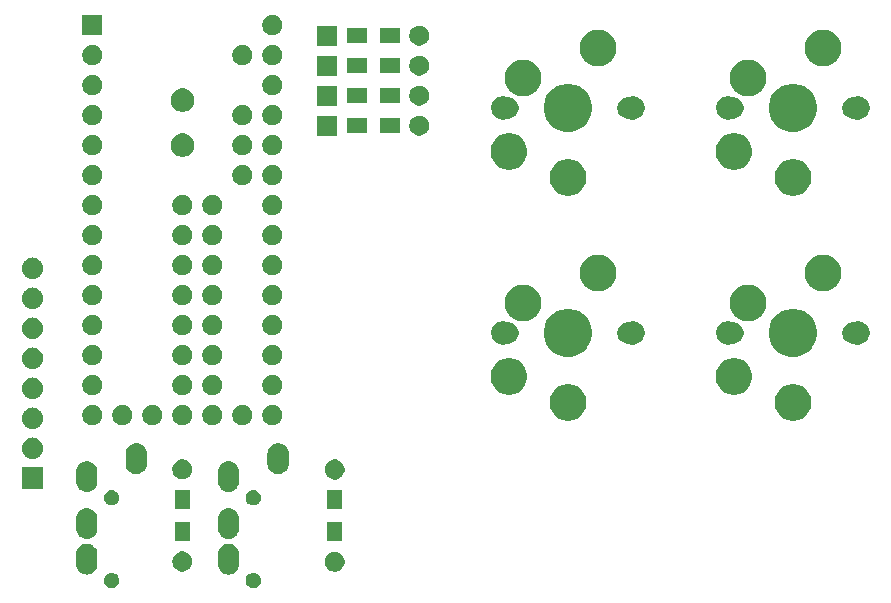
<source format=gts>
G04 #@! TF.GenerationSoftware,KiCad,Pcbnew,(5.0.2)-1*
G04 #@! TF.CreationDate,2019-04-07T10:59:11+09:00*
G04 #@! TF.ProjectId,mitcard,6d697463-6172-4642-9e6b-696361645f70,rev?*
G04 #@! TF.SameCoordinates,Original*
G04 #@! TF.FileFunction,Soldermask,Top*
G04 #@! TF.FilePolarity,Negative*
%FSLAX46Y46*%
G04 Gerber Fmt 4.6, Leading zero omitted, Abs format (unit mm)*
G04 Created by KiCad (PCBNEW (5.0.2)-1) date 2019/04/07 10:59:11*
%MOMM*%
%LPD*%
G01*
G04 APERTURE LIST*
%ADD10C,0.100000*%
G04 APERTURE END LIST*
D10*
G36*
X78049890Y-102874017D02*
X78168361Y-102923089D01*
X78168364Y-102923091D01*
X78265452Y-102987963D01*
X78274992Y-102994338D01*
X78365662Y-103085008D01*
X78436911Y-103191639D01*
X78485983Y-103310110D01*
X78511000Y-103435881D01*
X78511000Y-103564119D01*
X78485983Y-103689890D01*
X78436911Y-103808361D01*
X78365662Y-103914992D01*
X78274992Y-104005662D01*
X78168361Y-104076911D01*
X78049890Y-104125983D01*
X77924119Y-104151000D01*
X77795881Y-104151000D01*
X77670110Y-104125983D01*
X77551639Y-104076911D01*
X77445008Y-104005662D01*
X77354338Y-103914992D01*
X77283089Y-103808361D01*
X77234017Y-103689890D01*
X77209000Y-103564119D01*
X77209000Y-103435881D01*
X77234017Y-103310110D01*
X77283089Y-103191639D01*
X77354338Y-103085008D01*
X77445008Y-102994338D01*
X77454549Y-102987963D01*
X77551636Y-102923091D01*
X77551639Y-102923089D01*
X77670110Y-102874017D01*
X77795881Y-102849000D01*
X77924119Y-102849000D01*
X78049890Y-102874017D01*
X78049890Y-102874017D01*
G37*
G36*
X66049890Y-102874017D02*
X66168361Y-102923089D01*
X66168364Y-102923091D01*
X66265452Y-102987963D01*
X66274992Y-102994338D01*
X66365662Y-103085008D01*
X66436911Y-103191639D01*
X66485983Y-103310110D01*
X66511000Y-103435881D01*
X66511000Y-103564119D01*
X66485983Y-103689890D01*
X66436911Y-103808361D01*
X66365662Y-103914992D01*
X66274992Y-104005662D01*
X66168361Y-104076911D01*
X66049890Y-104125983D01*
X65924119Y-104151000D01*
X65795881Y-104151000D01*
X65670110Y-104125983D01*
X65551639Y-104076911D01*
X65445008Y-104005662D01*
X65354338Y-103914992D01*
X65283089Y-103808361D01*
X65234017Y-103689890D01*
X65209000Y-103564119D01*
X65209000Y-103435881D01*
X65234017Y-103310110D01*
X65283089Y-103191639D01*
X65354338Y-103085008D01*
X65445008Y-102994338D01*
X65454549Y-102987963D01*
X65551636Y-102923091D01*
X65551639Y-102923089D01*
X65670110Y-102874017D01*
X65795881Y-102849000D01*
X65924119Y-102849000D01*
X66049890Y-102874017D01*
X66049890Y-102874017D01*
G37*
G36*
X63936627Y-100412037D02*
X64049853Y-100446384D01*
X64106467Y-100463557D01*
X64245087Y-100537652D01*
X64262991Y-100547222D01*
X64298729Y-100576552D01*
X64400186Y-100659814D01*
X64483448Y-100761271D01*
X64512778Y-100797009D01*
X64512779Y-100797011D01*
X64596443Y-100953533D01*
X64596443Y-100953534D01*
X64647963Y-101123373D01*
X64661000Y-101255742D01*
X64661000Y-102144258D01*
X64647963Y-102276627D01*
X64635382Y-102318100D01*
X64596443Y-102446467D01*
X64535215Y-102561014D01*
X64512778Y-102602991D01*
X64483448Y-102638729D01*
X64400186Y-102740186D01*
X64262989Y-102852779D01*
X64106466Y-102936443D01*
X64049852Y-102953616D01*
X63936626Y-102987963D01*
X63760000Y-103005359D01*
X63583373Y-102987963D01*
X63470147Y-102953616D01*
X63413533Y-102936443D01*
X63257011Y-102852779D01*
X63257009Y-102852778D01*
X63221271Y-102823448D01*
X63119814Y-102740186D01*
X63007221Y-102602989D01*
X62923557Y-102446466D01*
X62880068Y-102303100D01*
X62872037Y-102276626D01*
X62859000Y-102144257D01*
X62859000Y-101255742D01*
X62860651Y-101238985D01*
X62872038Y-101123375D01*
X62872038Y-101123373D01*
X62923558Y-100953534D01*
X62923558Y-100953533D01*
X63007222Y-100797011D01*
X63007223Y-100797009D01*
X63036553Y-100761271D01*
X63119815Y-100659814D01*
X63221272Y-100576552D01*
X63257010Y-100547222D01*
X63274914Y-100537652D01*
X63413534Y-100463557D01*
X63470148Y-100446384D01*
X63583374Y-100412037D01*
X63760000Y-100394641D01*
X63936627Y-100412037D01*
X63936627Y-100412037D01*
G37*
G36*
X75936627Y-100412037D02*
X76049853Y-100446384D01*
X76106467Y-100463557D01*
X76245087Y-100537652D01*
X76262991Y-100547222D01*
X76298729Y-100576552D01*
X76400186Y-100659814D01*
X76483448Y-100761271D01*
X76512778Y-100797009D01*
X76512779Y-100797011D01*
X76596443Y-100953533D01*
X76596443Y-100953534D01*
X76647963Y-101123373D01*
X76661000Y-101255742D01*
X76661000Y-102144258D01*
X76647963Y-102276627D01*
X76635382Y-102318100D01*
X76596443Y-102446467D01*
X76535215Y-102561014D01*
X76512778Y-102602991D01*
X76483448Y-102638729D01*
X76400186Y-102740186D01*
X76262989Y-102852779D01*
X76106466Y-102936443D01*
X76049852Y-102953616D01*
X75936626Y-102987963D01*
X75760000Y-103005359D01*
X75583373Y-102987963D01*
X75470147Y-102953616D01*
X75413533Y-102936443D01*
X75257011Y-102852779D01*
X75257009Y-102852778D01*
X75221271Y-102823448D01*
X75119814Y-102740186D01*
X75007221Y-102602989D01*
X74923557Y-102446466D01*
X74880068Y-102303100D01*
X74872037Y-102276626D01*
X74859000Y-102144257D01*
X74859000Y-101255742D01*
X74860651Y-101238985D01*
X74872038Y-101123375D01*
X74872038Y-101123373D01*
X74923558Y-100953534D01*
X74923558Y-100953533D01*
X75007222Y-100797011D01*
X75007223Y-100797009D01*
X75036553Y-100761271D01*
X75119815Y-100659814D01*
X75221272Y-100576552D01*
X75257010Y-100547222D01*
X75274914Y-100537652D01*
X75413534Y-100463557D01*
X75470148Y-100446384D01*
X75583374Y-100412037D01*
X75760000Y-100394641D01*
X75936627Y-100412037D01*
X75936627Y-100412037D01*
G37*
G36*
X84993228Y-101096703D02*
X85148100Y-101160853D01*
X85287481Y-101253985D01*
X85406015Y-101372519D01*
X85499147Y-101511900D01*
X85563297Y-101666772D01*
X85596000Y-101831184D01*
X85596000Y-101998816D01*
X85563297Y-102163228D01*
X85499147Y-102318100D01*
X85406015Y-102457481D01*
X85287481Y-102576015D01*
X85148100Y-102669147D01*
X84993228Y-102733297D01*
X84828816Y-102766000D01*
X84661184Y-102766000D01*
X84496772Y-102733297D01*
X84341900Y-102669147D01*
X84202519Y-102576015D01*
X84083985Y-102457481D01*
X83990853Y-102318100D01*
X83926703Y-102163228D01*
X83894000Y-101998816D01*
X83894000Y-101831184D01*
X83926703Y-101666772D01*
X83990853Y-101511900D01*
X84083985Y-101372519D01*
X84202519Y-101253985D01*
X84341900Y-101160853D01*
X84496772Y-101096703D01*
X84661184Y-101064000D01*
X84828816Y-101064000D01*
X84993228Y-101096703D01*
X84993228Y-101096703D01*
G37*
G36*
X72108228Y-101081703D02*
X72263100Y-101145853D01*
X72402481Y-101238985D01*
X72521015Y-101357519D01*
X72614147Y-101496900D01*
X72678297Y-101651772D01*
X72711000Y-101816184D01*
X72711000Y-101983816D01*
X72678297Y-102148228D01*
X72614147Y-102303100D01*
X72521015Y-102442481D01*
X72402481Y-102561015D01*
X72263100Y-102654147D01*
X72108228Y-102718297D01*
X71943816Y-102751000D01*
X71776184Y-102751000D01*
X71611772Y-102718297D01*
X71456900Y-102654147D01*
X71317519Y-102561015D01*
X71198985Y-102442481D01*
X71105853Y-102303100D01*
X71041703Y-102148228D01*
X71009000Y-101983816D01*
X71009000Y-101816184D01*
X71041703Y-101651772D01*
X71105853Y-101496900D01*
X71198985Y-101357519D01*
X71317519Y-101238985D01*
X71456900Y-101145853D01*
X71611772Y-101081703D01*
X71776184Y-101049000D01*
X71943816Y-101049000D01*
X72108228Y-101081703D01*
X72108228Y-101081703D01*
G37*
G36*
X85396000Y-100166000D02*
X84094000Y-100166000D01*
X84094000Y-98564000D01*
X85396000Y-98564000D01*
X85396000Y-100166000D01*
X85396000Y-100166000D01*
G37*
G36*
X72511000Y-100151000D02*
X71209000Y-100151000D01*
X71209000Y-98549000D01*
X72511000Y-98549000D01*
X72511000Y-100151000D01*
X72511000Y-100151000D01*
G37*
G36*
X75936627Y-97412037D02*
X76049853Y-97446384D01*
X76106467Y-97463557D01*
X76245087Y-97537652D01*
X76262991Y-97547222D01*
X76298729Y-97576552D01*
X76400186Y-97659814D01*
X76483448Y-97761271D01*
X76512778Y-97797009D01*
X76512779Y-97797011D01*
X76596443Y-97953533D01*
X76596443Y-97953534D01*
X76647963Y-98123373D01*
X76661000Y-98255742D01*
X76661000Y-99144258D01*
X76647963Y-99276627D01*
X76613616Y-99389853D01*
X76596443Y-99446467D01*
X76522348Y-99585087D01*
X76512778Y-99602991D01*
X76483448Y-99638729D01*
X76400186Y-99740186D01*
X76262989Y-99852779D01*
X76106466Y-99936443D01*
X76049852Y-99953616D01*
X75936626Y-99987963D01*
X75760000Y-100005359D01*
X75583373Y-99987963D01*
X75470147Y-99953616D01*
X75413533Y-99936443D01*
X75257011Y-99852779D01*
X75257009Y-99852778D01*
X75221271Y-99823448D01*
X75119814Y-99740186D01*
X75007221Y-99602989D01*
X74923557Y-99446466D01*
X74906384Y-99389852D01*
X74872037Y-99276626D01*
X74859000Y-99144257D01*
X74859000Y-98255742D01*
X74872038Y-98123373D01*
X74923558Y-97953534D01*
X74923558Y-97953533D01*
X75007222Y-97797011D01*
X75007223Y-97797009D01*
X75036553Y-97761271D01*
X75119815Y-97659814D01*
X75221272Y-97576552D01*
X75257010Y-97547222D01*
X75274914Y-97537652D01*
X75413534Y-97463557D01*
X75470148Y-97446384D01*
X75583374Y-97412037D01*
X75760000Y-97394641D01*
X75936627Y-97412037D01*
X75936627Y-97412037D01*
G37*
G36*
X63936627Y-97412037D02*
X64049853Y-97446384D01*
X64106467Y-97463557D01*
X64245087Y-97537652D01*
X64262991Y-97547222D01*
X64298729Y-97576552D01*
X64400186Y-97659814D01*
X64483448Y-97761271D01*
X64512778Y-97797009D01*
X64512779Y-97797011D01*
X64596443Y-97953533D01*
X64596443Y-97953534D01*
X64647963Y-98123373D01*
X64661000Y-98255742D01*
X64661000Y-99144258D01*
X64647963Y-99276627D01*
X64613616Y-99389853D01*
X64596443Y-99446467D01*
X64522348Y-99585087D01*
X64512778Y-99602991D01*
X64483448Y-99638729D01*
X64400186Y-99740186D01*
X64262989Y-99852779D01*
X64106466Y-99936443D01*
X64049852Y-99953616D01*
X63936626Y-99987963D01*
X63760000Y-100005359D01*
X63583373Y-99987963D01*
X63470147Y-99953616D01*
X63413533Y-99936443D01*
X63257011Y-99852779D01*
X63257009Y-99852778D01*
X63221271Y-99823448D01*
X63119814Y-99740186D01*
X63007221Y-99602989D01*
X62923557Y-99446466D01*
X62906384Y-99389852D01*
X62872037Y-99276626D01*
X62859000Y-99144257D01*
X62859000Y-98255742D01*
X62872038Y-98123373D01*
X62923558Y-97953534D01*
X62923558Y-97953533D01*
X63007222Y-97797011D01*
X63007223Y-97797009D01*
X63036553Y-97761271D01*
X63119815Y-97659814D01*
X63221272Y-97576552D01*
X63257010Y-97547222D01*
X63274914Y-97537652D01*
X63413534Y-97463557D01*
X63470148Y-97446384D01*
X63583374Y-97412037D01*
X63760000Y-97394641D01*
X63936627Y-97412037D01*
X63936627Y-97412037D01*
G37*
G36*
X85396000Y-97466000D02*
X84094000Y-97466000D01*
X84094000Y-95864000D01*
X85396000Y-95864000D01*
X85396000Y-97466000D01*
X85396000Y-97466000D01*
G37*
G36*
X72511000Y-97451000D02*
X71209000Y-97451000D01*
X71209000Y-95849000D01*
X72511000Y-95849000D01*
X72511000Y-97451000D01*
X72511000Y-97451000D01*
G37*
G36*
X78049890Y-95874017D02*
X78168361Y-95923089D01*
X78168364Y-95923091D01*
X78265452Y-95987963D01*
X78274992Y-95994338D01*
X78365662Y-96085008D01*
X78436911Y-96191639D01*
X78485983Y-96310110D01*
X78511000Y-96435881D01*
X78511000Y-96564119D01*
X78485983Y-96689890D01*
X78436911Y-96808361D01*
X78365662Y-96914992D01*
X78274992Y-97005662D01*
X78168361Y-97076911D01*
X78049890Y-97125983D01*
X77924119Y-97151000D01*
X77795881Y-97151000D01*
X77670110Y-97125983D01*
X77551639Y-97076911D01*
X77445008Y-97005662D01*
X77354338Y-96914992D01*
X77283089Y-96808361D01*
X77234017Y-96689890D01*
X77209000Y-96564119D01*
X77209000Y-96435881D01*
X77234017Y-96310110D01*
X77283089Y-96191639D01*
X77354338Y-96085008D01*
X77445008Y-95994338D01*
X77454549Y-95987963D01*
X77551636Y-95923091D01*
X77551639Y-95923089D01*
X77670110Y-95874017D01*
X77795881Y-95849000D01*
X77924119Y-95849000D01*
X78049890Y-95874017D01*
X78049890Y-95874017D01*
G37*
G36*
X66049890Y-95874017D02*
X66168361Y-95923089D01*
X66168364Y-95923091D01*
X66265452Y-95987963D01*
X66274992Y-95994338D01*
X66365662Y-96085008D01*
X66436911Y-96191639D01*
X66485983Y-96310110D01*
X66511000Y-96435881D01*
X66511000Y-96564119D01*
X66485983Y-96689890D01*
X66436911Y-96808361D01*
X66365662Y-96914992D01*
X66274992Y-97005662D01*
X66168361Y-97076911D01*
X66049890Y-97125983D01*
X65924119Y-97151000D01*
X65795881Y-97151000D01*
X65670110Y-97125983D01*
X65551639Y-97076911D01*
X65445008Y-97005662D01*
X65354338Y-96914992D01*
X65283089Y-96808361D01*
X65234017Y-96689890D01*
X65209000Y-96564119D01*
X65209000Y-96435881D01*
X65234017Y-96310110D01*
X65283089Y-96191639D01*
X65354338Y-96085008D01*
X65445008Y-95994338D01*
X65454549Y-95987963D01*
X65551636Y-95923091D01*
X65551639Y-95923089D01*
X65670110Y-95874017D01*
X65795881Y-95849000D01*
X65924119Y-95849000D01*
X66049890Y-95874017D01*
X66049890Y-95874017D01*
G37*
G36*
X63936627Y-93412037D02*
X64025466Y-93438986D01*
X64106467Y-93463557D01*
X64245087Y-93537652D01*
X64262991Y-93547222D01*
X64293815Y-93572519D01*
X64400186Y-93659814D01*
X64483448Y-93761271D01*
X64512778Y-93797009D01*
X64512779Y-93797011D01*
X64596443Y-93953533D01*
X64596443Y-93953534D01*
X64647963Y-94123373D01*
X64661000Y-94255742D01*
X64661000Y-95144258D01*
X64647963Y-95276627D01*
X64613616Y-95389853D01*
X64596443Y-95446467D01*
X64522348Y-95585087D01*
X64512778Y-95602991D01*
X64483448Y-95638729D01*
X64400186Y-95740186D01*
X64262989Y-95852779D01*
X64106466Y-95936443D01*
X64049852Y-95953616D01*
X63936626Y-95987963D01*
X63760000Y-96005359D01*
X63583373Y-95987963D01*
X63470147Y-95953616D01*
X63413533Y-95936443D01*
X63257011Y-95852779D01*
X63257009Y-95852778D01*
X63221271Y-95823448D01*
X63119814Y-95740186D01*
X63007221Y-95602989D01*
X62923557Y-95446466D01*
X62906384Y-95389852D01*
X62872037Y-95276626D01*
X62859000Y-95144257D01*
X62859000Y-94255742D01*
X62872038Y-94123373D01*
X62923558Y-93953534D01*
X62923558Y-93953533D01*
X63007222Y-93797011D01*
X63007223Y-93797009D01*
X63036553Y-93761271D01*
X63119815Y-93659814D01*
X63226186Y-93572519D01*
X63257010Y-93547222D01*
X63274914Y-93537652D01*
X63413534Y-93463557D01*
X63494535Y-93438986D01*
X63583374Y-93412037D01*
X63760000Y-93394641D01*
X63936627Y-93412037D01*
X63936627Y-93412037D01*
G37*
G36*
X75936627Y-93412037D02*
X76025466Y-93438986D01*
X76106467Y-93463557D01*
X76245087Y-93537652D01*
X76262991Y-93547222D01*
X76293815Y-93572519D01*
X76400186Y-93659814D01*
X76483448Y-93761271D01*
X76512778Y-93797009D01*
X76512779Y-93797011D01*
X76596443Y-93953533D01*
X76596443Y-93953534D01*
X76647963Y-94123373D01*
X76661000Y-94255742D01*
X76661000Y-95144258D01*
X76647963Y-95276627D01*
X76613616Y-95389853D01*
X76596443Y-95446467D01*
X76522348Y-95585087D01*
X76512778Y-95602991D01*
X76483448Y-95638729D01*
X76400186Y-95740186D01*
X76262989Y-95852779D01*
X76106466Y-95936443D01*
X76049852Y-95953616D01*
X75936626Y-95987963D01*
X75760000Y-96005359D01*
X75583373Y-95987963D01*
X75470147Y-95953616D01*
X75413533Y-95936443D01*
X75257011Y-95852779D01*
X75257009Y-95852778D01*
X75221271Y-95823448D01*
X75119814Y-95740186D01*
X75007221Y-95602989D01*
X74923557Y-95446466D01*
X74906384Y-95389852D01*
X74872037Y-95276626D01*
X74859000Y-95144257D01*
X74859000Y-94255742D01*
X74872038Y-94123373D01*
X74923558Y-93953534D01*
X74923558Y-93953533D01*
X75007222Y-93797011D01*
X75007223Y-93797009D01*
X75036553Y-93761271D01*
X75119815Y-93659814D01*
X75226186Y-93572519D01*
X75257010Y-93547222D01*
X75274914Y-93537652D01*
X75413534Y-93463557D01*
X75494535Y-93438986D01*
X75583374Y-93412037D01*
X75760000Y-93394641D01*
X75936627Y-93412037D01*
X75936627Y-93412037D01*
G37*
G36*
X60071000Y-95741000D02*
X58269000Y-95741000D01*
X58269000Y-93939000D01*
X60071000Y-93939000D01*
X60071000Y-95741000D01*
X60071000Y-95741000D01*
G37*
G36*
X84993228Y-93296703D02*
X85148100Y-93360853D01*
X85287481Y-93453985D01*
X85406015Y-93572519D01*
X85499147Y-93711900D01*
X85563297Y-93866772D01*
X85596000Y-94031184D01*
X85596000Y-94198816D01*
X85563297Y-94363228D01*
X85499147Y-94518100D01*
X85406015Y-94657481D01*
X85287481Y-94776015D01*
X85148100Y-94869147D01*
X84993228Y-94933297D01*
X84828816Y-94966000D01*
X84661184Y-94966000D01*
X84496772Y-94933297D01*
X84341900Y-94869147D01*
X84202519Y-94776015D01*
X84083985Y-94657481D01*
X83990853Y-94518100D01*
X83926703Y-94363228D01*
X83894000Y-94198816D01*
X83894000Y-94031184D01*
X83926703Y-93866772D01*
X83990853Y-93711900D01*
X84083985Y-93572519D01*
X84202519Y-93453985D01*
X84341900Y-93360853D01*
X84496772Y-93296703D01*
X84661184Y-93264000D01*
X84828816Y-93264000D01*
X84993228Y-93296703D01*
X84993228Y-93296703D01*
G37*
G36*
X72108228Y-93281703D02*
X72263100Y-93345853D01*
X72402481Y-93438985D01*
X72521015Y-93557519D01*
X72614147Y-93696900D01*
X72678297Y-93851772D01*
X72711000Y-94016184D01*
X72711000Y-94183816D01*
X72678297Y-94348228D01*
X72614147Y-94503100D01*
X72521015Y-94642481D01*
X72402481Y-94761015D01*
X72263100Y-94854147D01*
X72108228Y-94918297D01*
X71943816Y-94951000D01*
X71776184Y-94951000D01*
X71611772Y-94918297D01*
X71456900Y-94854147D01*
X71317519Y-94761015D01*
X71198985Y-94642481D01*
X71105853Y-94503100D01*
X71041703Y-94348228D01*
X71009000Y-94183816D01*
X71009000Y-94016184D01*
X71041703Y-93851772D01*
X71105853Y-93696900D01*
X71198985Y-93557519D01*
X71317519Y-93438985D01*
X71456900Y-93345853D01*
X71611772Y-93281703D01*
X71776184Y-93249000D01*
X71943816Y-93249000D01*
X72108228Y-93281703D01*
X72108228Y-93281703D01*
G37*
G36*
X68136627Y-91912037D02*
X68249853Y-91946384D01*
X68306467Y-91963557D01*
X68445087Y-92037652D01*
X68462991Y-92047222D01*
X68498729Y-92076552D01*
X68600186Y-92159814D01*
X68683448Y-92261271D01*
X68712778Y-92297009D01*
X68712779Y-92297011D01*
X68796443Y-92453533D01*
X68796443Y-92453534D01*
X68847963Y-92623373D01*
X68861000Y-92755742D01*
X68861000Y-93644258D01*
X68847963Y-93776627D01*
X68825168Y-93851772D01*
X68796443Y-93946467D01*
X68759178Y-94016184D01*
X68712778Y-94102991D01*
X68696051Y-94123373D01*
X68600186Y-94240186D01*
X68462989Y-94352779D01*
X68306466Y-94436443D01*
X68249852Y-94453616D01*
X68136626Y-94487963D01*
X67960000Y-94505359D01*
X67783373Y-94487963D01*
X67670147Y-94453616D01*
X67613533Y-94436443D01*
X67457011Y-94352779D01*
X67457009Y-94352778D01*
X67421271Y-94323448D01*
X67319814Y-94240186D01*
X67207221Y-94102989D01*
X67123557Y-93946466D01*
X67106384Y-93889852D01*
X67072037Y-93776626D01*
X67059000Y-93644257D01*
X67059000Y-92755742D01*
X67072038Y-92623373D01*
X67123558Y-92453534D01*
X67123558Y-92453533D01*
X67207222Y-92297011D01*
X67207223Y-92297009D01*
X67236553Y-92261271D01*
X67319815Y-92159814D01*
X67421272Y-92076552D01*
X67457010Y-92047222D01*
X67474914Y-92037652D01*
X67613534Y-91963557D01*
X67670148Y-91946384D01*
X67783374Y-91912037D01*
X67960000Y-91894641D01*
X68136627Y-91912037D01*
X68136627Y-91912037D01*
G37*
G36*
X80136627Y-91912037D02*
X80249853Y-91946384D01*
X80306467Y-91963557D01*
X80445087Y-92037652D01*
X80462991Y-92047222D01*
X80498729Y-92076552D01*
X80600186Y-92159814D01*
X80683448Y-92261271D01*
X80712778Y-92297009D01*
X80712779Y-92297011D01*
X80796443Y-92453533D01*
X80796443Y-92453534D01*
X80847963Y-92623373D01*
X80861000Y-92755742D01*
X80861000Y-93644258D01*
X80847963Y-93776627D01*
X80825168Y-93851772D01*
X80796443Y-93946467D01*
X80759178Y-94016184D01*
X80712778Y-94102991D01*
X80696051Y-94123373D01*
X80600186Y-94240186D01*
X80462989Y-94352779D01*
X80306466Y-94436443D01*
X80249852Y-94453616D01*
X80136626Y-94487963D01*
X79960000Y-94505359D01*
X79783373Y-94487963D01*
X79670147Y-94453616D01*
X79613533Y-94436443D01*
X79457011Y-94352779D01*
X79457009Y-94352778D01*
X79421271Y-94323448D01*
X79319814Y-94240186D01*
X79207221Y-94102989D01*
X79123557Y-93946466D01*
X79106384Y-93889852D01*
X79072037Y-93776626D01*
X79059000Y-93644257D01*
X79059000Y-92755742D01*
X79072038Y-92623373D01*
X79123558Y-92453534D01*
X79123558Y-92453533D01*
X79207222Y-92297011D01*
X79207223Y-92297009D01*
X79236553Y-92261271D01*
X79319815Y-92159814D01*
X79421272Y-92076552D01*
X79457010Y-92047222D01*
X79474914Y-92037652D01*
X79613534Y-91963557D01*
X79670148Y-91946384D01*
X79783374Y-91912037D01*
X79960000Y-91894641D01*
X80136627Y-91912037D01*
X80136627Y-91912037D01*
G37*
G36*
X59280442Y-91405518D02*
X59346627Y-91412037D01*
X59459853Y-91446384D01*
X59516467Y-91463557D01*
X59655087Y-91537652D01*
X59672991Y-91547222D01*
X59708729Y-91576552D01*
X59810186Y-91659814D01*
X59893448Y-91761271D01*
X59922778Y-91797009D01*
X59922779Y-91797011D01*
X60006443Y-91953533D01*
X60023616Y-92010147D01*
X60057963Y-92123373D01*
X60075359Y-92300000D01*
X60057963Y-92476627D01*
X60023616Y-92589853D01*
X60006443Y-92646467D01*
X59948034Y-92755741D01*
X59922778Y-92802991D01*
X59893448Y-92838729D01*
X59810186Y-92940186D01*
X59708729Y-93023448D01*
X59672991Y-93052778D01*
X59672989Y-93052779D01*
X59516467Y-93136443D01*
X59459853Y-93153616D01*
X59346627Y-93187963D01*
X59280443Y-93194481D01*
X59214260Y-93201000D01*
X59125740Y-93201000D01*
X59059557Y-93194481D01*
X58993373Y-93187963D01*
X58880147Y-93153616D01*
X58823533Y-93136443D01*
X58667011Y-93052779D01*
X58667009Y-93052778D01*
X58631271Y-93023448D01*
X58529814Y-92940186D01*
X58446552Y-92838729D01*
X58417222Y-92802991D01*
X58391966Y-92755741D01*
X58333557Y-92646467D01*
X58316384Y-92589853D01*
X58282037Y-92476627D01*
X58264641Y-92300000D01*
X58282037Y-92123373D01*
X58316384Y-92010147D01*
X58333557Y-91953533D01*
X58417221Y-91797011D01*
X58417222Y-91797009D01*
X58446552Y-91761271D01*
X58529814Y-91659814D01*
X58631271Y-91576552D01*
X58667009Y-91547222D01*
X58684913Y-91537652D01*
X58823533Y-91463557D01*
X58880147Y-91446384D01*
X58993373Y-91412037D01*
X59059558Y-91405518D01*
X59125740Y-91399000D01*
X59214260Y-91399000D01*
X59280442Y-91405518D01*
X59280442Y-91405518D01*
G37*
G36*
X59280443Y-88865519D02*
X59346627Y-88872037D01*
X59459853Y-88906384D01*
X59516467Y-88923557D01*
X59655087Y-88997652D01*
X59672991Y-89007222D01*
X59708729Y-89036552D01*
X59810186Y-89119814D01*
X59863414Y-89184674D01*
X59922778Y-89257009D01*
X59922779Y-89257011D01*
X60006443Y-89413533D01*
X60014079Y-89438705D01*
X60057963Y-89583373D01*
X60075359Y-89760000D01*
X60057963Y-89936627D01*
X60023616Y-90049853D01*
X60006443Y-90106467D01*
X59971941Y-90171014D01*
X59922778Y-90262991D01*
X59921829Y-90264147D01*
X59810186Y-90400186D01*
X59708729Y-90483448D01*
X59672991Y-90512778D01*
X59672989Y-90512779D01*
X59516467Y-90596443D01*
X59459853Y-90613616D01*
X59346627Y-90647963D01*
X59280443Y-90654481D01*
X59214260Y-90661000D01*
X59125740Y-90661000D01*
X59059557Y-90654481D01*
X58993373Y-90647963D01*
X58880147Y-90613616D01*
X58823533Y-90596443D01*
X58667011Y-90512779D01*
X58667009Y-90512778D01*
X58631271Y-90483448D01*
X58529814Y-90400186D01*
X58418171Y-90264147D01*
X58417222Y-90262991D01*
X58368059Y-90171014D01*
X58333557Y-90106467D01*
X58316384Y-90049853D01*
X58282037Y-89936627D01*
X58264641Y-89760000D01*
X58282037Y-89583373D01*
X58325921Y-89438705D01*
X58333557Y-89413533D01*
X58417221Y-89257011D01*
X58417222Y-89257009D01*
X58476586Y-89184674D01*
X58529814Y-89119814D01*
X58631271Y-89036552D01*
X58667009Y-89007222D01*
X58684913Y-88997652D01*
X58823533Y-88923557D01*
X58880147Y-88906384D01*
X58993373Y-88872037D01*
X59059557Y-88865519D01*
X59125740Y-88859000D01*
X59214260Y-88859000D01*
X59280443Y-88865519D01*
X59280443Y-88865519D01*
G37*
G36*
X64488228Y-88691703D02*
X64643100Y-88755853D01*
X64782481Y-88848985D01*
X64901015Y-88967519D01*
X64994147Y-89106900D01*
X65058297Y-89261772D01*
X65091000Y-89426184D01*
X65091000Y-89593816D01*
X65058297Y-89758228D01*
X64994147Y-89913100D01*
X64901015Y-90052481D01*
X64782481Y-90171015D01*
X64643100Y-90264147D01*
X64488228Y-90328297D01*
X64323816Y-90361000D01*
X64156184Y-90361000D01*
X63991772Y-90328297D01*
X63836900Y-90264147D01*
X63697519Y-90171015D01*
X63578985Y-90052481D01*
X63485853Y-89913100D01*
X63421703Y-89758228D01*
X63389000Y-89593816D01*
X63389000Y-89426184D01*
X63421703Y-89261772D01*
X63485853Y-89106900D01*
X63578985Y-88967519D01*
X63697519Y-88848985D01*
X63836900Y-88755853D01*
X63991772Y-88691703D01*
X64156184Y-88659000D01*
X64323816Y-88659000D01*
X64488228Y-88691703D01*
X64488228Y-88691703D01*
G37*
G36*
X67028228Y-88691703D02*
X67183100Y-88755853D01*
X67322481Y-88848985D01*
X67441015Y-88967519D01*
X67534147Y-89106900D01*
X67598297Y-89261772D01*
X67631000Y-89426184D01*
X67631000Y-89593816D01*
X67598297Y-89758228D01*
X67534147Y-89913100D01*
X67441015Y-90052481D01*
X67322481Y-90171015D01*
X67183100Y-90264147D01*
X67028228Y-90328297D01*
X66863816Y-90361000D01*
X66696184Y-90361000D01*
X66531772Y-90328297D01*
X66376900Y-90264147D01*
X66237519Y-90171015D01*
X66118985Y-90052481D01*
X66025853Y-89913100D01*
X65961703Y-89758228D01*
X65929000Y-89593816D01*
X65929000Y-89426184D01*
X65961703Y-89261772D01*
X66025853Y-89106900D01*
X66118985Y-88967519D01*
X66237519Y-88848985D01*
X66376900Y-88755853D01*
X66531772Y-88691703D01*
X66696184Y-88659000D01*
X66863816Y-88659000D01*
X67028228Y-88691703D01*
X67028228Y-88691703D01*
G37*
G36*
X69568228Y-88691703D02*
X69723100Y-88755853D01*
X69862481Y-88848985D01*
X69981015Y-88967519D01*
X70074147Y-89106900D01*
X70138297Y-89261772D01*
X70171000Y-89426184D01*
X70171000Y-89593816D01*
X70138297Y-89758228D01*
X70074147Y-89913100D01*
X69981015Y-90052481D01*
X69862481Y-90171015D01*
X69723100Y-90264147D01*
X69568228Y-90328297D01*
X69403816Y-90361000D01*
X69236184Y-90361000D01*
X69071772Y-90328297D01*
X68916900Y-90264147D01*
X68777519Y-90171015D01*
X68658985Y-90052481D01*
X68565853Y-89913100D01*
X68501703Y-89758228D01*
X68469000Y-89593816D01*
X68469000Y-89426184D01*
X68501703Y-89261772D01*
X68565853Y-89106900D01*
X68658985Y-88967519D01*
X68777519Y-88848985D01*
X68916900Y-88755853D01*
X69071772Y-88691703D01*
X69236184Y-88659000D01*
X69403816Y-88659000D01*
X69568228Y-88691703D01*
X69568228Y-88691703D01*
G37*
G36*
X79728228Y-88691703D02*
X79883100Y-88755853D01*
X80022481Y-88848985D01*
X80141015Y-88967519D01*
X80234147Y-89106900D01*
X80298297Y-89261772D01*
X80331000Y-89426184D01*
X80331000Y-89593816D01*
X80298297Y-89758228D01*
X80234147Y-89913100D01*
X80141015Y-90052481D01*
X80022481Y-90171015D01*
X79883100Y-90264147D01*
X79728228Y-90328297D01*
X79563816Y-90361000D01*
X79396184Y-90361000D01*
X79231772Y-90328297D01*
X79076900Y-90264147D01*
X78937519Y-90171015D01*
X78818985Y-90052481D01*
X78725853Y-89913100D01*
X78661703Y-89758228D01*
X78629000Y-89593816D01*
X78629000Y-89426184D01*
X78661703Y-89261772D01*
X78725853Y-89106900D01*
X78818985Y-88967519D01*
X78937519Y-88848985D01*
X79076900Y-88755853D01*
X79231772Y-88691703D01*
X79396184Y-88659000D01*
X79563816Y-88659000D01*
X79728228Y-88691703D01*
X79728228Y-88691703D01*
G37*
G36*
X77188228Y-88691703D02*
X77343100Y-88755853D01*
X77482481Y-88848985D01*
X77601015Y-88967519D01*
X77694147Y-89106900D01*
X77758297Y-89261772D01*
X77791000Y-89426184D01*
X77791000Y-89593816D01*
X77758297Y-89758228D01*
X77694147Y-89913100D01*
X77601015Y-90052481D01*
X77482481Y-90171015D01*
X77343100Y-90264147D01*
X77188228Y-90328297D01*
X77023816Y-90361000D01*
X76856184Y-90361000D01*
X76691772Y-90328297D01*
X76536900Y-90264147D01*
X76397519Y-90171015D01*
X76278985Y-90052481D01*
X76185853Y-89913100D01*
X76121703Y-89758228D01*
X76089000Y-89593816D01*
X76089000Y-89426184D01*
X76121703Y-89261772D01*
X76185853Y-89106900D01*
X76278985Y-88967519D01*
X76397519Y-88848985D01*
X76536900Y-88755853D01*
X76691772Y-88691703D01*
X76856184Y-88659000D01*
X77023816Y-88659000D01*
X77188228Y-88691703D01*
X77188228Y-88691703D01*
G37*
G36*
X74648228Y-88691703D02*
X74803100Y-88755853D01*
X74942481Y-88848985D01*
X75061015Y-88967519D01*
X75154147Y-89106900D01*
X75218297Y-89261772D01*
X75251000Y-89426184D01*
X75251000Y-89593816D01*
X75218297Y-89758228D01*
X75154147Y-89913100D01*
X75061015Y-90052481D01*
X74942481Y-90171015D01*
X74803100Y-90264147D01*
X74648228Y-90328297D01*
X74483816Y-90361000D01*
X74316184Y-90361000D01*
X74151772Y-90328297D01*
X73996900Y-90264147D01*
X73857519Y-90171015D01*
X73738985Y-90052481D01*
X73645853Y-89913100D01*
X73581703Y-89758228D01*
X73549000Y-89593816D01*
X73549000Y-89426184D01*
X73581703Y-89261772D01*
X73645853Y-89106900D01*
X73738985Y-88967519D01*
X73857519Y-88848985D01*
X73996900Y-88755853D01*
X74151772Y-88691703D01*
X74316184Y-88659000D01*
X74483816Y-88659000D01*
X74648228Y-88691703D01*
X74648228Y-88691703D01*
G37*
G36*
X72108228Y-88691703D02*
X72263100Y-88755853D01*
X72402481Y-88848985D01*
X72521015Y-88967519D01*
X72614147Y-89106900D01*
X72678297Y-89261772D01*
X72711000Y-89426184D01*
X72711000Y-89593816D01*
X72678297Y-89758228D01*
X72614147Y-89913100D01*
X72521015Y-90052481D01*
X72402481Y-90171015D01*
X72263100Y-90264147D01*
X72108228Y-90328297D01*
X71943816Y-90361000D01*
X71776184Y-90361000D01*
X71611772Y-90328297D01*
X71456900Y-90264147D01*
X71317519Y-90171015D01*
X71198985Y-90052481D01*
X71105853Y-89913100D01*
X71041703Y-89758228D01*
X71009000Y-89593816D01*
X71009000Y-89426184D01*
X71041703Y-89261772D01*
X71105853Y-89106900D01*
X71198985Y-88967519D01*
X71317519Y-88848985D01*
X71456900Y-88755853D01*
X71611772Y-88691703D01*
X71776184Y-88659000D01*
X71943816Y-88659000D01*
X72108228Y-88691703D01*
X72108228Y-88691703D01*
G37*
G36*
X104852527Y-86938736D02*
X104952410Y-86958604D01*
X105234674Y-87075521D01*
X105488705Y-87245259D01*
X105704741Y-87461295D01*
X105874479Y-87715326D01*
X105991396Y-87997590D01*
X106051000Y-88297240D01*
X106051000Y-88602760D01*
X105991396Y-88902410D01*
X105874479Y-89184674D01*
X105704741Y-89438705D01*
X105488705Y-89654741D01*
X105234674Y-89824479D01*
X104952410Y-89941396D01*
X104852527Y-89961264D01*
X104652762Y-90001000D01*
X104347238Y-90001000D01*
X104147473Y-89961264D01*
X104047590Y-89941396D01*
X103765326Y-89824479D01*
X103511295Y-89654741D01*
X103295259Y-89438705D01*
X103125521Y-89184674D01*
X103008604Y-88902410D01*
X102949000Y-88602760D01*
X102949000Y-88297240D01*
X103008604Y-87997590D01*
X103125521Y-87715326D01*
X103295259Y-87461295D01*
X103511295Y-87245259D01*
X103765326Y-87075521D01*
X104047590Y-86958604D01*
X104147473Y-86938736D01*
X104347238Y-86899000D01*
X104652762Y-86899000D01*
X104852527Y-86938736D01*
X104852527Y-86938736D01*
G37*
G36*
X123902527Y-86938736D02*
X124002410Y-86958604D01*
X124284674Y-87075521D01*
X124538705Y-87245259D01*
X124754741Y-87461295D01*
X124924479Y-87715326D01*
X125041396Y-87997590D01*
X125101000Y-88297240D01*
X125101000Y-88602760D01*
X125041396Y-88902410D01*
X124924479Y-89184674D01*
X124754741Y-89438705D01*
X124538705Y-89654741D01*
X124284674Y-89824479D01*
X124002410Y-89941396D01*
X123902527Y-89961264D01*
X123702762Y-90001000D01*
X123397238Y-90001000D01*
X123197473Y-89961264D01*
X123097590Y-89941396D01*
X122815326Y-89824479D01*
X122561295Y-89654741D01*
X122345259Y-89438705D01*
X122175521Y-89184674D01*
X122058604Y-88902410D01*
X121999000Y-88602760D01*
X121999000Y-88297240D01*
X122058604Y-87997590D01*
X122175521Y-87715326D01*
X122345259Y-87461295D01*
X122561295Y-87245259D01*
X122815326Y-87075521D01*
X123097590Y-86958604D01*
X123197473Y-86938736D01*
X123397238Y-86899000D01*
X123702762Y-86899000D01*
X123902527Y-86938736D01*
X123902527Y-86938736D01*
G37*
G36*
X59280443Y-86325519D02*
X59346627Y-86332037D01*
X59459853Y-86366384D01*
X59516467Y-86383557D01*
X59655087Y-86457652D01*
X59672991Y-86467222D01*
X59708729Y-86496552D01*
X59810186Y-86579814D01*
X59893448Y-86681271D01*
X59922778Y-86717009D01*
X59922779Y-86717011D01*
X60006443Y-86873533D01*
X60014168Y-86899000D01*
X60057963Y-87043373D01*
X60075359Y-87220000D01*
X60057963Y-87396627D01*
X60040335Y-87454738D01*
X60006443Y-87566467D01*
X59975434Y-87624479D01*
X59922778Y-87722991D01*
X59921829Y-87724147D01*
X59810186Y-87860186D01*
X59708729Y-87943448D01*
X59672991Y-87972778D01*
X59672989Y-87972779D01*
X59516467Y-88056443D01*
X59459853Y-88073616D01*
X59346627Y-88107963D01*
X59280442Y-88114482D01*
X59214260Y-88121000D01*
X59125740Y-88121000D01*
X59059558Y-88114482D01*
X58993373Y-88107963D01*
X58880147Y-88073616D01*
X58823533Y-88056443D01*
X58667011Y-87972779D01*
X58667009Y-87972778D01*
X58631271Y-87943448D01*
X58529814Y-87860186D01*
X58418171Y-87724147D01*
X58417222Y-87722991D01*
X58364566Y-87624479D01*
X58333557Y-87566467D01*
X58299665Y-87454738D01*
X58282037Y-87396627D01*
X58264641Y-87220000D01*
X58282037Y-87043373D01*
X58325832Y-86899000D01*
X58333557Y-86873533D01*
X58417221Y-86717011D01*
X58417222Y-86717009D01*
X58446552Y-86681271D01*
X58529814Y-86579814D01*
X58631271Y-86496552D01*
X58667009Y-86467222D01*
X58684913Y-86457652D01*
X58823533Y-86383557D01*
X58880147Y-86366384D01*
X58993373Y-86332037D01*
X59059557Y-86325519D01*
X59125740Y-86319000D01*
X59214260Y-86319000D01*
X59280443Y-86325519D01*
X59280443Y-86325519D01*
G37*
G36*
X74648228Y-86151703D02*
X74803100Y-86215853D01*
X74942481Y-86308985D01*
X75061015Y-86427519D01*
X75154147Y-86566900D01*
X75218297Y-86721772D01*
X75251000Y-86886184D01*
X75251000Y-87053816D01*
X75218297Y-87218228D01*
X75154147Y-87373100D01*
X75061015Y-87512481D01*
X74942481Y-87631015D01*
X74803100Y-87724147D01*
X74648228Y-87788297D01*
X74483816Y-87821000D01*
X74316184Y-87821000D01*
X74151772Y-87788297D01*
X73996900Y-87724147D01*
X73857519Y-87631015D01*
X73738985Y-87512481D01*
X73645853Y-87373100D01*
X73581703Y-87218228D01*
X73549000Y-87053816D01*
X73549000Y-86886184D01*
X73581703Y-86721772D01*
X73645853Y-86566900D01*
X73738985Y-86427519D01*
X73857519Y-86308985D01*
X73996900Y-86215853D01*
X74151772Y-86151703D01*
X74316184Y-86119000D01*
X74483816Y-86119000D01*
X74648228Y-86151703D01*
X74648228Y-86151703D01*
G37*
G36*
X72108228Y-86151703D02*
X72263100Y-86215853D01*
X72402481Y-86308985D01*
X72521015Y-86427519D01*
X72614147Y-86566900D01*
X72678297Y-86721772D01*
X72711000Y-86886184D01*
X72711000Y-87053816D01*
X72678297Y-87218228D01*
X72614147Y-87373100D01*
X72521015Y-87512481D01*
X72402481Y-87631015D01*
X72263100Y-87724147D01*
X72108228Y-87788297D01*
X71943816Y-87821000D01*
X71776184Y-87821000D01*
X71611772Y-87788297D01*
X71456900Y-87724147D01*
X71317519Y-87631015D01*
X71198985Y-87512481D01*
X71105853Y-87373100D01*
X71041703Y-87218228D01*
X71009000Y-87053816D01*
X71009000Y-86886184D01*
X71041703Y-86721772D01*
X71105853Y-86566900D01*
X71198985Y-86427519D01*
X71317519Y-86308985D01*
X71456900Y-86215853D01*
X71611772Y-86151703D01*
X71776184Y-86119000D01*
X71943816Y-86119000D01*
X72108228Y-86151703D01*
X72108228Y-86151703D01*
G37*
G36*
X79728228Y-86151703D02*
X79883100Y-86215853D01*
X80022481Y-86308985D01*
X80141015Y-86427519D01*
X80234147Y-86566900D01*
X80298297Y-86721772D01*
X80331000Y-86886184D01*
X80331000Y-87053816D01*
X80298297Y-87218228D01*
X80234147Y-87373100D01*
X80141015Y-87512481D01*
X80022481Y-87631015D01*
X79883100Y-87724147D01*
X79728228Y-87788297D01*
X79563816Y-87821000D01*
X79396184Y-87821000D01*
X79231772Y-87788297D01*
X79076900Y-87724147D01*
X78937519Y-87631015D01*
X78818985Y-87512481D01*
X78725853Y-87373100D01*
X78661703Y-87218228D01*
X78629000Y-87053816D01*
X78629000Y-86886184D01*
X78661703Y-86721772D01*
X78725853Y-86566900D01*
X78818985Y-86427519D01*
X78937519Y-86308985D01*
X79076900Y-86215853D01*
X79231772Y-86151703D01*
X79396184Y-86119000D01*
X79563816Y-86119000D01*
X79728228Y-86151703D01*
X79728228Y-86151703D01*
G37*
G36*
X64488228Y-86151703D02*
X64643100Y-86215853D01*
X64782481Y-86308985D01*
X64901015Y-86427519D01*
X64994147Y-86566900D01*
X65058297Y-86721772D01*
X65091000Y-86886184D01*
X65091000Y-87053816D01*
X65058297Y-87218228D01*
X64994147Y-87373100D01*
X64901015Y-87512481D01*
X64782481Y-87631015D01*
X64643100Y-87724147D01*
X64488228Y-87788297D01*
X64323816Y-87821000D01*
X64156184Y-87821000D01*
X63991772Y-87788297D01*
X63836900Y-87724147D01*
X63697519Y-87631015D01*
X63578985Y-87512481D01*
X63485853Y-87373100D01*
X63421703Y-87218228D01*
X63389000Y-87053816D01*
X63389000Y-86886184D01*
X63421703Y-86721772D01*
X63485853Y-86566900D01*
X63578985Y-86427519D01*
X63697519Y-86308985D01*
X63836900Y-86215853D01*
X63991772Y-86151703D01*
X64156184Y-86119000D01*
X64323816Y-86119000D01*
X64488228Y-86151703D01*
X64488228Y-86151703D01*
G37*
G36*
X118902527Y-84738736D02*
X119002410Y-84758604D01*
X119284674Y-84875521D01*
X119538705Y-85045259D01*
X119754741Y-85261295D01*
X119924479Y-85515326D01*
X120041396Y-85797590D01*
X120101000Y-86097240D01*
X120101000Y-86402760D01*
X120041396Y-86702410D01*
X119924479Y-86984674D01*
X119754741Y-87238705D01*
X119538705Y-87454741D01*
X119284674Y-87624479D01*
X119002410Y-87741396D01*
X118902527Y-87761264D01*
X118702762Y-87801000D01*
X118397238Y-87801000D01*
X118197473Y-87761264D01*
X118097590Y-87741396D01*
X117815326Y-87624479D01*
X117561295Y-87454741D01*
X117345259Y-87238705D01*
X117175521Y-86984674D01*
X117058604Y-86702410D01*
X116999000Y-86402760D01*
X116999000Y-86097240D01*
X117058604Y-85797590D01*
X117175521Y-85515326D01*
X117345259Y-85261295D01*
X117561295Y-85045259D01*
X117815326Y-84875521D01*
X118097590Y-84758604D01*
X118197473Y-84738736D01*
X118397238Y-84699000D01*
X118702762Y-84699000D01*
X118902527Y-84738736D01*
X118902527Y-84738736D01*
G37*
G36*
X99852527Y-84738736D02*
X99952410Y-84758604D01*
X100234674Y-84875521D01*
X100488705Y-85045259D01*
X100704741Y-85261295D01*
X100874479Y-85515326D01*
X100991396Y-85797590D01*
X101051000Y-86097240D01*
X101051000Y-86402760D01*
X100991396Y-86702410D01*
X100874479Y-86984674D01*
X100704741Y-87238705D01*
X100488705Y-87454741D01*
X100234674Y-87624479D01*
X99952410Y-87741396D01*
X99852527Y-87761264D01*
X99652762Y-87801000D01*
X99347238Y-87801000D01*
X99147473Y-87761264D01*
X99047590Y-87741396D01*
X98765326Y-87624479D01*
X98511295Y-87454741D01*
X98295259Y-87238705D01*
X98125521Y-86984674D01*
X98008604Y-86702410D01*
X97949000Y-86402760D01*
X97949000Y-86097240D01*
X98008604Y-85797590D01*
X98125521Y-85515326D01*
X98295259Y-85261295D01*
X98511295Y-85045259D01*
X98765326Y-84875521D01*
X99047590Y-84758604D01*
X99147473Y-84738736D01*
X99347238Y-84699000D01*
X99652762Y-84699000D01*
X99852527Y-84738736D01*
X99852527Y-84738736D01*
G37*
G36*
X59280443Y-83785519D02*
X59346627Y-83792037D01*
X59459853Y-83826384D01*
X59516467Y-83843557D01*
X59655087Y-83917652D01*
X59672991Y-83927222D01*
X59708729Y-83956552D01*
X59810186Y-84039814D01*
X59893448Y-84141271D01*
X59922778Y-84177009D01*
X59922779Y-84177011D01*
X60006443Y-84333533D01*
X60016768Y-84367572D01*
X60057963Y-84503373D01*
X60075359Y-84680000D01*
X60057963Y-84856627D01*
X60023616Y-84969853D01*
X60006443Y-85026467D01*
X59971941Y-85091014D01*
X59922778Y-85182991D01*
X59921829Y-85184147D01*
X59810186Y-85320186D01*
X59708729Y-85403448D01*
X59672991Y-85432778D01*
X59672989Y-85432779D01*
X59516467Y-85516443D01*
X59459853Y-85533616D01*
X59346627Y-85567963D01*
X59280443Y-85574481D01*
X59214260Y-85581000D01*
X59125740Y-85581000D01*
X59059557Y-85574481D01*
X58993373Y-85567963D01*
X58880147Y-85533616D01*
X58823533Y-85516443D01*
X58667011Y-85432779D01*
X58667009Y-85432778D01*
X58631271Y-85403448D01*
X58529814Y-85320186D01*
X58418171Y-85184147D01*
X58417222Y-85182991D01*
X58368059Y-85091014D01*
X58333557Y-85026467D01*
X58316384Y-84969853D01*
X58282037Y-84856627D01*
X58264641Y-84680000D01*
X58282037Y-84503373D01*
X58323232Y-84367572D01*
X58333557Y-84333533D01*
X58417221Y-84177011D01*
X58417222Y-84177009D01*
X58446552Y-84141271D01*
X58529814Y-84039814D01*
X58631271Y-83956552D01*
X58667009Y-83927222D01*
X58684913Y-83917652D01*
X58823533Y-83843557D01*
X58880147Y-83826384D01*
X58993373Y-83792037D01*
X59059557Y-83785519D01*
X59125740Y-83779000D01*
X59214260Y-83779000D01*
X59280443Y-83785519D01*
X59280443Y-83785519D01*
G37*
G36*
X72108228Y-83611703D02*
X72263100Y-83675853D01*
X72402481Y-83768985D01*
X72521015Y-83887519D01*
X72614147Y-84026900D01*
X72678297Y-84181772D01*
X72711000Y-84346184D01*
X72711000Y-84513816D01*
X72678297Y-84678228D01*
X72614147Y-84833100D01*
X72521015Y-84972481D01*
X72402481Y-85091015D01*
X72263100Y-85184147D01*
X72108228Y-85248297D01*
X71943816Y-85281000D01*
X71776184Y-85281000D01*
X71611772Y-85248297D01*
X71456900Y-85184147D01*
X71317519Y-85091015D01*
X71198985Y-84972481D01*
X71105853Y-84833100D01*
X71041703Y-84678228D01*
X71009000Y-84513816D01*
X71009000Y-84346184D01*
X71041703Y-84181772D01*
X71105853Y-84026900D01*
X71198985Y-83887519D01*
X71317519Y-83768985D01*
X71456900Y-83675853D01*
X71611772Y-83611703D01*
X71776184Y-83579000D01*
X71943816Y-83579000D01*
X72108228Y-83611703D01*
X72108228Y-83611703D01*
G37*
G36*
X64488228Y-83611703D02*
X64643100Y-83675853D01*
X64782481Y-83768985D01*
X64901015Y-83887519D01*
X64994147Y-84026900D01*
X65058297Y-84181772D01*
X65091000Y-84346184D01*
X65091000Y-84513816D01*
X65058297Y-84678228D01*
X64994147Y-84833100D01*
X64901015Y-84972481D01*
X64782481Y-85091015D01*
X64643100Y-85184147D01*
X64488228Y-85248297D01*
X64323816Y-85281000D01*
X64156184Y-85281000D01*
X63991772Y-85248297D01*
X63836900Y-85184147D01*
X63697519Y-85091015D01*
X63578985Y-84972481D01*
X63485853Y-84833100D01*
X63421703Y-84678228D01*
X63389000Y-84513816D01*
X63389000Y-84346184D01*
X63421703Y-84181772D01*
X63485853Y-84026900D01*
X63578985Y-83887519D01*
X63697519Y-83768985D01*
X63836900Y-83675853D01*
X63991772Y-83611703D01*
X64156184Y-83579000D01*
X64323816Y-83579000D01*
X64488228Y-83611703D01*
X64488228Y-83611703D01*
G37*
G36*
X74648228Y-83611703D02*
X74803100Y-83675853D01*
X74942481Y-83768985D01*
X75061015Y-83887519D01*
X75154147Y-84026900D01*
X75218297Y-84181772D01*
X75251000Y-84346184D01*
X75251000Y-84513816D01*
X75218297Y-84678228D01*
X75154147Y-84833100D01*
X75061015Y-84972481D01*
X74942481Y-85091015D01*
X74803100Y-85184147D01*
X74648228Y-85248297D01*
X74483816Y-85281000D01*
X74316184Y-85281000D01*
X74151772Y-85248297D01*
X73996900Y-85184147D01*
X73857519Y-85091015D01*
X73738985Y-84972481D01*
X73645853Y-84833100D01*
X73581703Y-84678228D01*
X73549000Y-84513816D01*
X73549000Y-84346184D01*
X73581703Y-84181772D01*
X73645853Y-84026900D01*
X73738985Y-83887519D01*
X73857519Y-83768985D01*
X73996900Y-83675853D01*
X74151772Y-83611703D01*
X74316184Y-83579000D01*
X74483816Y-83579000D01*
X74648228Y-83611703D01*
X74648228Y-83611703D01*
G37*
G36*
X79728228Y-83611703D02*
X79883100Y-83675853D01*
X80022481Y-83768985D01*
X80141015Y-83887519D01*
X80234147Y-84026900D01*
X80298297Y-84181772D01*
X80331000Y-84346184D01*
X80331000Y-84513816D01*
X80298297Y-84678228D01*
X80234147Y-84833100D01*
X80141015Y-84972481D01*
X80022481Y-85091015D01*
X79883100Y-85184147D01*
X79728228Y-85248297D01*
X79563816Y-85281000D01*
X79396184Y-85281000D01*
X79231772Y-85248297D01*
X79076900Y-85184147D01*
X78937519Y-85091015D01*
X78818985Y-84972481D01*
X78725853Y-84833100D01*
X78661703Y-84678228D01*
X78629000Y-84513816D01*
X78629000Y-84346184D01*
X78661703Y-84181772D01*
X78725853Y-84026900D01*
X78818985Y-83887519D01*
X78937519Y-83768985D01*
X79076900Y-83675853D01*
X79231772Y-83611703D01*
X79396184Y-83579000D01*
X79563816Y-83579000D01*
X79728228Y-83611703D01*
X79728228Y-83611703D01*
G37*
G36*
X124148252Y-80577818D02*
X124148254Y-80577819D01*
X124148255Y-80577819D01*
X124521513Y-80732427D01*
X124852905Y-80953857D01*
X124857439Y-80956886D01*
X125143114Y-81242561D01*
X125143116Y-81242564D01*
X125367573Y-81578487D01*
X125522181Y-81951745D01*
X125522182Y-81951748D01*
X125601000Y-82347993D01*
X125601000Y-82752007D01*
X125526936Y-83124354D01*
X125522181Y-83148255D01*
X125367573Y-83521513D01*
X125195525Y-83779000D01*
X125143114Y-83857439D01*
X124857439Y-84143114D01*
X124857436Y-84143116D01*
X124521513Y-84367573D01*
X124148255Y-84522181D01*
X124148254Y-84522181D01*
X124148252Y-84522182D01*
X123752007Y-84601000D01*
X123347993Y-84601000D01*
X122951748Y-84522182D01*
X122951746Y-84522181D01*
X122951745Y-84522181D01*
X122578487Y-84367573D01*
X122242564Y-84143116D01*
X122242561Y-84143114D01*
X121956886Y-83857439D01*
X121904475Y-83779000D01*
X121732427Y-83521513D01*
X121577819Y-83148255D01*
X121573065Y-83124354D01*
X121499000Y-82752007D01*
X121499000Y-82347993D01*
X121577818Y-81951748D01*
X121577819Y-81951745D01*
X121732427Y-81578487D01*
X121956884Y-81242564D01*
X121956886Y-81242561D01*
X122242561Y-80956886D01*
X122247095Y-80953857D01*
X122578487Y-80732427D01*
X122951745Y-80577819D01*
X122951746Y-80577819D01*
X122951748Y-80577818D01*
X123347993Y-80499000D01*
X123752007Y-80499000D01*
X124148252Y-80577818D01*
X124148252Y-80577818D01*
G37*
G36*
X105098252Y-80577818D02*
X105098254Y-80577819D01*
X105098255Y-80577819D01*
X105471513Y-80732427D01*
X105802905Y-80953857D01*
X105807439Y-80956886D01*
X106093114Y-81242561D01*
X106093116Y-81242564D01*
X106317573Y-81578487D01*
X106472181Y-81951745D01*
X106472182Y-81951748D01*
X106551000Y-82347993D01*
X106551000Y-82752007D01*
X106476936Y-83124354D01*
X106472181Y-83148255D01*
X106317573Y-83521513D01*
X106145525Y-83779000D01*
X106093114Y-83857439D01*
X105807439Y-84143114D01*
X105807436Y-84143116D01*
X105471513Y-84367573D01*
X105098255Y-84522181D01*
X105098254Y-84522181D01*
X105098252Y-84522182D01*
X104702007Y-84601000D01*
X104297993Y-84601000D01*
X103901748Y-84522182D01*
X103901746Y-84522181D01*
X103901745Y-84522181D01*
X103528487Y-84367573D01*
X103192564Y-84143116D01*
X103192561Y-84143114D01*
X102906886Y-83857439D01*
X102854475Y-83779000D01*
X102682427Y-83521513D01*
X102527819Y-83148255D01*
X102523065Y-83124354D01*
X102449000Y-82752007D01*
X102449000Y-82347993D01*
X102527818Y-81951748D01*
X102527819Y-81951745D01*
X102682427Y-81578487D01*
X102906884Y-81242564D01*
X102906886Y-81242561D01*
X103192561Y-80956886D01*
X103197095Y-80953857D01*
X103528487Y-80732427D01*
X103901745Y-80577819D01*
X103901746Y-80577819D01*
X103901748Y-80577818D01*
X104297993Y-80499000D01*
X104702007Y-80499000D01*
X105098252Y-80577818D01*
X105098252Y-80577818D01*
G37*
G36*
X118341981Y-81587468D02*
X118467561Y-81639485D01*
X118491010Y-81646598D01*
X118515396Y-81649000D01*
X118558741Y-81649000D01*
X118732812Y-81683624D01*
X118896784Y-81751544D01*
X119044354Y-81850147D01*
X119169853Y-81975646D01*
X119268456Y-82123216D01*
X119336376Y-82287188D01*
X119371000Y-82461259D01*
X119371000Y-82638741D01*
X119336376Y-82812812D01*
X119268456Y-82976784D01*
X119169853Y-83124354D01*
X119044354Y-83249853D01*
X118896784Y-83348456D01*
X118732812Y-83416376D01*
X118558741Y-83451000D01*
X118515396Y-83451000D01*
X118491010Y-83453402D01*
X118467561Y-83460515D01*
X118341981Y-83512532D01*
X118148590Y-83551000D01*
X117951410Y-83551000D01*
X117758019Y-83512532D01*
X117575850Y-83437075D01*
X117411897Y-83327525D01*
X117272475Y-83188103D01*
X117162925Y-83024150D01*
X117087468Y-82841981D01*
X117049000Y-82648590D01*
X117049000Y-82451410D01*
X117087468Y-82258019D01*
X117162925Y-82075850D01*
X117272475Y-81911897D01*
X117411897Y-81772475D01*
X117575850Y-81662925D01*
X117758019Y-81587468D01*
X117951410Y-81549000D01*
X118148590Y-81549000D01*
X118341981Y-81587468D01*
X118341981Y-81587468D01*
G37*
G36*
X129341981Y-81587468D02*
X129524150Y-81662925D01*
X129688103Y-81772475D01*
X129827525Y-81911897D01*
X129937075Y-82075850D01*
X130012532Y-82258019D01*
X130051000Y-82451410D01*
X130051000Y-82648590D01*
X130012532Y-82841981D01*
X129937075Y-83024150D01*
X129827525Y-83188103D01*
X129688103Y-83327525D01*
X129524150Y-83437075D01*
X129341981Y-83512532D01*
X129148590Y-83551000D01*
X128951410Y-83551000D01*
X128758019Y-83512532D01*
X128632439Y-83460515D01*
X128608990Y-83453402D01*
X128584604Y-83451000D01*
X128541259Y-83451000D01*
X128367188Y-83416376D01*
X128203216Y-83348456D01*
X128055646Y-83249853D01*
X127930147Y-83124354D01*
X127831544Y-82976784D01*
X127763624Y-82812812D01*
X127729000Y-82638741D01*
X127729000Y-82461259D01*
X127763624Y-82287188D01*
X127831544Y-82123216D01*
X127930147Y-81975646D01*
X128055646Y-81850147D01*
X128203216Y-81751544D01*
X128367188Y-81683624D01*
X128541259Y-81649000D01*
X128584604Y-81649000D01*
X128608990Y-81646598D01*
X128632439Y-81639485D01*
X128758019Y-81587468D01*
X128951410Y-81549000D01*
X129148590Y-81549000D01*
X129341981Y-81587468D01*
X129341981Y-81587468D01*
G37*
G36*
X99291981Y-81587468D02*
X99417561Y-81639485D01*
X99441010Y-81646598D01*
X99465396Y-81649000D01*
X99508741Y-81649000D01*
X99682812Y-81683624D01*
X99846784Y-81751544D01*
X99994354Y-81850147D01*
X100119853Y-81975646D01*
X100218456Y-82123216D01*
X100286376Y-82287188D01*
X100321000Y-82461259D01*
X100321000Y-82638741D01*
X100286376Y-82812812D01*
X100218456Y-82976784D01*
X100119853Y-83124354D01*
X99994354Y-83249853D01*
X99846784Y-83348456D01*
X99682812Y-83416376D01*
X99508741Y-83451000D01*
X99465396Y-83451000D01*
X99441010Y-83453402D01*
X99417561Y-83460515D01*
X99291981Y-83512532D01*
X99098590Y-83551000D01*
X98901410Y-83551000D01*
X98708019Y-83512532D01*
X98525850Y-83437075D01*
X98361897Y-83327525D01*
X98222475Y-83188103D01*
X98112925Y-83024150D01*
X98037468Y-82841981D01*
X97999000Y-82648590D01*
X97999000Y-82451410D01*
X98037468Y-82258019D01*
X98112925Y-82075850D01*
X98222475Y-81911897D01*
X98361897Y-81772475D01*
X98525850Y-81662925D01*
X98708019Y-81587468D01*
X98901410Y-81549000D01*
X99098590Y-81549000D01*
X99291981Y-81587468D01*
X99291981Y-81587468D01*
G37*
G36*
X110291981Y-81587468D02*
X110474150Y-81662925D01*
X110638103Y-81772475D01*
X110777525Y-81911897D01*
X110887075Y-82075850D01*
X110962532Y-82258019D01*
X111001000Y-82451410D01*
X111001000Y-82648590D01*
X110962532Y-82841981D01*
X110887075Y-83024150D01*
X110777525Y-83188103D01*
X110638103Y-83327525D01*
X110474150Y-83437075D01*
X110291981Y-83512532D01*
X110098590Y-83551000D01*
X109901410Y-83551000D01*
X109708019Y-83512532D01*
X109582439Y-83460515D01*
X109558990Y-83453402D01*
X109534604Y-83451000D01*
X109491259Y-83451000D01*
X109317188Y-83416376D01*
X109153216Y-83348456D01*
X109005646Y-83249853D01*
X108880147Y-83124354D01*
X108781544Y-82976784D01*
X108713624Y-82812812D01*
X108679000Y-82638741D01*
X108679000Y-82461259D01*
X108713624Y-82287188D01*
X108781544Y-82123216D01*
X108880147Y-81975646D01*
X109005646Y-81850147D01*
X109153216Y-81751544D01*
X109317188Y-81683624D01*
X109491259Y-81649000D01*
X109534604Y-81649000D01*
X109558990Y-81646598D01*
X109582439Y-81639485D01*
X109708019Y-81587468D01*
X109901410Y-81549000D01*
X110098590Y-81549000D01*
X110291981Y-81587468D01*
X110291981Y-81587468D01*
G37*
G36*
X59280442Y-81245518D02*
X59346627Y-81252037D01*
X59459853Y-81286384D01*
X59516467Y-81303557D01*
X59655087Y-81377652D01*
X59672991Y-81387222D01*
X59708729Y-81416552D01*
X59810186Y-81499814D01*
X59893448Y-81601271D01*
X59922778Y-81637009D01*
X59922779Y-81637011D01*
X60006443Y-81793533D01*
X60023616Y-81850147D01*
X60057963Y-81963373D01*
X60075359Y-82140000D01*
X60057963Y-82316627D01*
X60048448Y-82347993D01*
X60006443Y-82486467D01*
X59971941Y-82551014D01*
X59922778Y-82642991D01*
X59893448Y-82678729D01*
X59810186Y-82780186D01*
X59734887Y-82841981D01*
X59672991Y-82892778D01*
X59672989Y-82892779D01*
X59516467Y-82976443D01*
X59459853Y-82993616D01*
X59346627Y-83027963D01*
X59280442Y-83034482D01*
X59214260Y-83041000D01*
X59125740Y-83041000D01*
X59059558Y-83034482D01*
X58993373Y-83027963D01*
X58880147Y-82993616D01*
X58823533Y-82976443D01*
X58667011Y-82892779D01*
X58667009Y-82892778D01*
X58605113Y-82841981D01*
X58529814Y-82780186D01*
X58446552Y-82678729D01*
X58417222Y-82642991D01*
X58368059Y-82551014D01*
X58333557Y-82486467D01*
X58291552Y-82347993D01*
X58282037Y-82316627D01*
X58264641Y-82140000D01*
X58282037Y-81963373D01*
X58316384Y-81850147D01*
X58333557Y-81793533D01*
X58417221Y-81637011D01*
X58417222Y-81637009D01*
X58446552Y-81601271D01*
X58529814Y-81499814D01*
X58631271Y-81416552D01*
X58667009Y-81387222D01*
X58684913Y-81377652D01*
X58823533Y-81303557D01*
X58880147Y-81286384D01*
X58993373Y-81252037D01*
X59059558Y-81245518D01*
X59125740Y-81239000D01*
X59214260Y-81239000D01*
X59280442Y-81245518D01*
X59280442Y-81245518D01*
G37*
G36*
X74648228Y-81071703D02*
X74803100Y-81135853D01*
X74942481Y-81228985D01*
X75061015Y-81347519D01*
X75154147Y-81486900D01*
X75218297Y-81641772D01*
X75251000Y-81806184D01*
X75251000Y-81973816D01*
X75218297Y-82138228D01*
X75154147Y-82293100D01*
X75061015Y-82432481D01*
X74942481Y-82551015D01*
X74803100Y-82644147D01*
X74648228Y-82708297D01*
X74483816Y-82741000D01*
X74316184Y-82741000D01*
X74151772Y-82708297D01*
X73996900Y-82644147D01*
X73857519Y-82551015D01*
X73738985Y-82432481D01*
X73645853Y-82293100D01*
X73581703Y-82138228D01*
X73549000Y-81973816D01*
X73549000Y-81806184D01*
X73581703Y-81641772D01*
X73645853Y-81486900D01*
X73738985Y-81347519D01*
X73857519Y-81228985D01*
X73996900Y-81135853D01*
X74151772Y-81071703D01*
X74316184Y-81039000D01*
X74483816Y-81039000D01*
X74648228Y-81071703D01*
X74648228Y-81071703D01*
G37*
G36*
X79728228Y-81071703D02*
X79883100Y-81135853D01*
X80022481Y-81228985D01*
X80141015Y-81347519D01*
X80234147Y-81486900D01*
X80298297Y-81641772D01*
X80331000Y-81806184D01*
X80331000Y-81973816D01*
X80298297Y-82138228D01*
X80234147Y-82293100D01*
X80141015Y-82432481D01*
X80022481Y-82551015D01*
X79883100Y-82644147D01*
X79728228Y-82708297D01*
X79563816Y-82741000D01*
X79396184Y-82741000D01*
X79231772Y-82708297D01*
X79076900Y-82644147D01*
X78937519Y-82551015D01*
X78818985Y-82432481D01*
X78725853Y-82293100D01*
X78661703Y-82138228D01*
X78629000Y-81973816D01*
X78629000Y-81806184D01*
X78661703Y-81641772D01*
X78725853Y-81486900D01*
X78818985Y-81347519D01*
X78937519Y-81228985D01*
X79076900Y-81135853D01*
X79231772Y-81071703D01*
X79396184Y-81039000D01*
X79563816Y-81039000D01*
X79728228Y-81071703D01*
X79728228Y-81071703D01*
G37*
G36*
X64488228Y-81071703D02*
X64643100Y-81135853D01*
X64782481Y-81228985D01*
X64901015Y-81347519D01*
X64994147Y-81486900D01*
X65058297Y-81641772D01*
X65091000Y-81806184D01*
X65091000Y-81973816D01*
X65058297Y-82138228D01*
X64994147Y-82293100D01*
X64901015Y-82432481D01*
X64782481Y-82551015D01*
X64643100Y-82644147D01*
X64488228Y-82708297D01*
X64323816Y-82741000D01*
X64156184Y-82741000D01*
X63991772Y-82708297D01*
X63836900Y-82644147D01*
X63697519Y-82551015D01*
X63578985Y-82432481D01*
X63485853Y-82293100D01*
X63421703Y-82138228D01*
X63389000Y-81973816D01*
X63389000Y-81806184D01*
X63421703Y-81641772D01*
X63485853Y-81486900D01*
X63578985Y-81347519D01*
X63697519Y-81228985D01*
X63836900Y-81135853D01*
X63991772Y-81071703D01*
X64156184Y-81039000D01*
X64323816Y-81039000D01*
X64488228Y-81071703D01*
X64488228Y-81071703D01*
G37*
G36*
X72108228Y-81071703D02*
X72263100Y-81135853D01*
X72402481Y-81228985D01*
X72521015Y-81347519D01*
X72614147Y-81486900D01*
X72678297Y-81641772D01*
X72711000Y-81806184D01*
X72711000Y-81973816D01*
X72678297Y-82138228D01*
X72614147Y-82293100D01*
X72521015Y-82432481D01*
X72402481Y-82551015D01*
X72263100Y-82644147D01*
X72108228Y-82708297D01*
X71943816Y-82741000D01*
X71776184Y-82741000D01*
X71611772Y-82708297D01*
X71456900Y-82644147D01*
X71317519Y-82551015D01*
X71198985Y-82432481D01*
X71105853Y-82293100D01*
X71041703Y-82138228D01*
X71009000Y-81973816D01*
X71009000Y-81806184D01*
X71041703Y-81641772D01*
X71105853Y-81486900D01*
X71198985Y-81347519D01*
X71317519Y-81228985D01*
X71456900Y-81135853D01*
X71611772Y-81071703D01*
X71776184Y-81039000D01*
X71943816Y-81039000D01*
X72108228Y-81071703D01*
X72108228Y-81071703D01*
G37*
G36*
X101042527Y-78498736D02*
X101142410Y-78518604D01*
X101424674Y-78635521D01*
X101678705Y-78805259D01*
X101894741Y-79021295D01*
X102064479Y-79275326D01*
X102181396Y-79557590D01*
X102241000Y-79857240D01*
X102241000Y-80162760D01*
X102181396Y-80462410D01*
X102064479Y-80744674D01*
X101894741Y-80998705D01*
X101678705Y-81214741D01*
X101424674Y-81384479D01*
X101142410Y-81501396D01*
X101042527Y-81521264D01*
X100842762Y-81561000D01*
X100537238Y-81561000D01*
X100337473Y-81521264D01*
X100237590Y-81501396D01*
X99955326Y-81384479D01*
X99701295Y-81214741D01*
X99485259Y-80998705D01*
X99315521Y-80744674D01*
X99198604Y-80462410D01*
X99139000Y-80162760D01*
X99139000Y-79857240D01*
X99198604Y-79557590D01*
X99315521Y-79275326D01*
X99485259Y-79021295D01*
X99701295Y-78805259D01*
X99955326Y-78635521D01*
X100237590Y-78518604D01*
X100337473Y-78498736D01*
X100537238Y-78459000D01*
X100842762Y-78459000D01*
X101042527Y-78498736D01*
X101042527Y-78498736D01*
G37*
G36*
X120092527Y-78498736D02*
X120192410Y-78518604D01*
X120474674Y-78635521D01*
X120728705Y-78805259D01*
X120944741Y-79021295D01*
X121114479Y-79275326D01*
X121231396Y-79557590D01*
X121291000Y-79857240D01*
X121291000Y-80162760D01*
X121231396Y-80462410D01*
X121114479Y-80744674D01*
X120944741Y-80998705D01*
X120728705Y-81214741D01*
X120474674Y-81384479D01*
X120192410Y-81501396D01*
X120092527Y-81521264D01*
X119892762Y-81561000D01*
X119587238Y-81561000D01*
X119387473Y-81521264D01*
X119287590Y-81501396D01*
X119005326Y-81384479D01*
X118751295Y-81214741D01*
X118535259Y-80998705D01*
X118365521Y-80744674D01*
X118248604Y-80462410D01*
X118189000Y-80162760D01*
X118189000Y-79857240D01*
X118248604Y-79557590D01*
X118365521Y-79275326D01*
X118535259Y-79021295D01*
X118751295Y-78805259D01*
X119005326Y-78635521D01*
X119287590Y-78518604D01*
X119387473Y-78498736D01*
X119587238Y-78459000D01*
X119892762Y-78459000D01*
X120092527Y-78498736D01*
X120092527Y-78498736D01*
G37*
G36*
X59280443Y-78705519D02*
X59346627Y-78712037D01*
X59459853Y-78746384D01*
X59516467Y-78763557D01*
X59655087Y-78837652D01*
X59672991Y-78847222D01*
X59708729Y-78876552D01*
X59810186Y-78959814D01*
X59860641Y-79021295D01*
X59922778Y-79097009D01*
X59922779Y-79097011D01*
X60006443Y-79253533D01*
X60013054Y-79275326D01*
X60057963Y-79423373D01*
X60075359Y-79600000D01*
X60057963Y-79776627D01*
X60033510Y-79857238D01*
X60006443Y-79946467D01*
X59971941Y-80011014D01*
X59922778Y-80102991D01*
X59921829Y-80104147D01*
X59810186Y-80240186D01*
X59708729Y-80323448D01*
X59672991Y-80352778D01*
X59672989Y-80352779D01*
X59516467Y-80436443D01*
X59459853Y-80453616D01*
X59346627Y-80487963D01*
X59280443Y-80494481D01*
X59214260Y-80501000D01*
X59125740Y-80501000D01*
X59059557Y-80494481D01*
X58993373Y-80487963D01*
X58880147Y-80453616D01*
X58823533Y-80436443D01*
X58667011Y-80352779D01*
X58667009Y-80352778D01*
X58631271Y-80323448D01*
X58529814Y-80240186D01*
X58418171Y-80104147D01*
X58417222Y-80102991D01*
X58368059Y-80011014D01*
X58333557Y-79946467D01*
X58306490Y-79857238D01*
X58282037Y-79776627D01*
X58264641Y-79600000D01*
X58282037Y-79423373D01*
X58326946Y-79275326D01*
X58333557Y-79253533D01*
X58417221Y-79097011D01*
X58417222Y-79097009D01*
X58479359Y-79021295D01*
X58529814Y-78959814D01*
X58631271Y-78876552D01*
X58667009Y-78847222D01*
X58684913Y-78837652D01*
X58823533Y-78763557D01*
X58880147Y-78746384D01*
X58993373Y-78712037D01*
X59059557Y-78705519D01*
X59125740Y-78699000D01*
X59214260Y-78699000D01*
X59280443Y-78705519D01*
X59280443Y-78705519D01*
G37*
G36*
X72108228Y-78531703D02*
X72263100Y-78595853D01*
X72402481Y-78688985D01*
X72521015Y-78807519D01*
X72614147Y-78946900D01*
X72678297Y-79101772D01*
X72711000Y-79266184D01*
X72711000Y-79433816D01*
X72678297Y-79598228D01*
X72614147Y-79753100D01*
X72521015Y-79892481D01*
X72402481Y-80011015D01*
X72263100Y-80104147D01*
X72108228Y-80168297D01*
X71943816Y-80201000D01*
X71776184Y-80201000D01*
X71611772Y-80168297D01*
X71456900Y-80104147D01*
X71317519Y-80011015D01*
X71198985Y-79892481D01*
X71105853Y-79753100D01*
X71041703Y-79598228D01*
X71009000Y-79433816D01*
X71009000Y-79266184D01*
X71041703Y-79101772D01*
X71105853Y-78946900D01*
X71198985Y-78807519D01*
X71317519Y-78688985D01*
X71456900Y-78595853D01*
X71611772Y-78531703D01*
X71776184Y-78499000D01*
X71943816Y-78499000D01*
X72108228Y-78531703D01*
X72108228Y-78531703D01*
G37*
G36*
X64488228Y-78531703D02*
X64643100Y-78595853D01*
X64782481Y-78688985D01*
X64901015Y-78807519D01*
X64994147Y-78946900D01*
X65058297Y-79101772D01*
X65091000Y-79266184D01*
X65091000Y-79433816D01*
X65058297Y-79598228D01*
X64994147Y-79753100D01*
X64901015Y-79892481D01*
X64782481Y-80011015D01*
X64643100Y-80104147D01*
X64488228Y-80168297D01*
X64323816Y-80201000D01*
X64156184Y-80201000D01*
X63991772Y-80168297D01*
X63836900Y-80104147D01*
X63697519Y-80011015D01*
X63578985Y-79892481D01*
X63485853Y-79753100D01*
X63421703Y-79598228D01*
X63389000Y-79433816D01*
X63389000Y-79266184D01*
X63421703Y-79101772D01*
X63485853Y-78946900D01*
X63578985Y-78807519D01*
X63697519Y-78688985D01*
X63836900Y-78595853D01*
X63991772Y-78531703D01*
X64156184Y-78499000D01*
X64323816Y-78499000D01*
X64488228Y-78531703D01*
X64488228Y-78531703D01*
G37*
G36*
X74648228Y-78531703D02*
X74803100Y-78595853D01*
X74942481Y-78688985D01*
X75061015Y-78807519D01*
X75154147Y-78946900D01*
X75218297Y-79101772D01*
X75251000Y-79266184D01*
X75251000Y-79433816D01*
X75218297Y-79598228D01*
X75154147Y-79753100D01*
X75061015Y-79892481D01*
X74942481Y-80011015D01*
X74803100Y-80104147D01*
X74648228Y-80168297D01*
X74483816Y-80201000D01*
X74316184Y-80201000D01*
X74151772Y-80168297D01*
X73996900Y-80104147D01*
X73857519Y-80011015D01*
X73738985Y-79892481D01*
X73645853Y-79753100D01*
X73581703Y-79598228D01*
X73549000Y-79433816D01*
X73549000Y-79266184D01*
X73581703Y-79101772D01*
X73645853Y-78946900D01*
X73738985Y-78807519D01*
X73857519Y-78688985D01*
X73996900Y-78595853D01*
X74151772Y-78531703D01*
X74316184Y-78499000D01*
X74483816Y-78499000D01*
X74648228Y-78531703D01*
X74648228Y-78531703D01*
G37*
G36*
X79728228Y-78531703D02*
X79883100Y-78595853D01*
X80022481Y-78688985D01*
X80141015Y-78807519D01*
X80234147Y-78946900D01*
X80298297Y-79101772D01*
X80331000Y-79266184D01*
X80331000Y-79433816D01*
X80298297Y-79598228D01*
X80234147Y-79753100D01*
X80141015Y-79892481D01*
X80022481Y-80011015D01*
X79883100Y-80104147D01*
X79728228Y-80168297D01*
X79563816Y-80201000D01*
X79396184Y-80201000D01*
X79231772Y-80168297D01*
X79076900Y-80104147D01*
X78937519Y-80011015D01*
X78818985Y-79892481D01*
X78725853Y-79753100D01*
X78661703Y-79598228D01*
X78629000Y-79433816D01*
X78629000Y-79266184D01*
X78661703Y-79101772D01*
X78725853Y-78946900D01*
X78818985Y-78807519D01*
X78937519Y-78688985D01*
X79076900Y-78595853D01*
X79231772Y-78531703D01*
X79396184Y-78499000D01*
X79563816Y-78499000D01*
X79728228Y-78531703D01*
X79728228Y-78531703D01*
G37*
G36*
X107392527Y-75958736D02*
X107492410Y-75978604D01*
X107774674Y-76095521D01*
X108028705Y-76265259D01*
X108244741Y-76481295D01*
X108414479Y-76735326D01*
X108531396Y-77017590D01*
X108591000Y-77317240D01*
X108591000Y-77622760D01*
X108531396Y-77922410D01*
X108414479Y-78204674D01*
X108244741Y-78458705D01*
X108028705Y-78674741D01*
X107774674Y-78844479D01*
X107492410Y-78961396D01*
X107392527Y-78981264D01*
X107192762Y-79021000D01*
X106887238Y-79021000D01*
X106687473Y-78981264D01*
X106587590Y-78961396D01*
X106305326Y-78844479D01*
X106051295Y-78674741D01*
X105835259Y-78458705D01*
X105665521Y-78204674D01*
X105548604Y-77922410D01*
X105489000Y-77622760D01*
X105489000Y-77317240D01*
X105548604Y-77017590D01*
X105665521Y-76735326D01*
X105835259Y-76481295D01*
X106051295Y-76265259D01*
X106305326Y-76095521D01*
X106587590Y-75978604D01*
X106687473Y-75958736D01*
X106887238Y-75919000D01*
X107192762Y-75919000D01*
X107392527Y-75958736D01*
X107392527Y-75958736D01*
G37*
G36*
X126442527Y-75958736D02*
X126542410Y-75978604D01*
X126824674Y-76095521D01*
X127078705Y-76265259D01*
X127294741Y-76481295D01*
X127464479Y-76735326D01*
X127581396Y-77017590D01*
X127641000Y-77317240D01*
X127641000Y-77622760D01*
X127581396Y-77922410D01*
X127464479Y-78204674D01*
X127294741Y-78458705D01*
X127078705Y-78674741D01*
X126824674Y-78844479D01*
X126542410Y-78961396D01*
X126442527Y-78981264D01*
X126242762Y-79021000D01*
X125937238Y-79021000D01*
X125737473Y-78981264D01*
X125637590Y-78961396D01*
X125355326Y-78844479D01*
X125101295Y-78674741D01*
X124885259Y-78458705D01*
X124715521Y-78204674D01*
X124598604Y-77922410D01*
X124539000Y-77622760D01*
X124539000Y-77317240D01*
X124598604Y-77017590D01*
X124715521Y-76735326D01*
X124885259Y-76481295D01*
X125101295Y-76265259D01*
X125355326Y-76095521D01*
X125637590Y-75978604D01*
X125737473Y-75958736D01*
X125937238Y-75919000D01*
X126242762Y-75919000D01*
X126442527Y-75958736D01*
X126442527Y-75958736D01*
G37*
G36*
X59280443Y-76165519D02*
X59346627Y-76172037D01*
X59459853Y-76206384D01*
X59516467Y-76223557D01*
X59655087Y-76297652D01*
X59672991Y-76307222D01*
X59708729Y-76336552D01*
X59810186Y-76419814D01*
X59860641Y-76481295D01*
X59922778Y-76557009D01*
X59922779Y-76557011D01*
X60006443Y-76713533D01*
X60013054Y-76735326D01*
X60057963Y-76883373D01*
X60075359Y-77060000D01*
X60057963Y-77236627D01*
X60033510Y-77317238D01*
X60006443Y-77406467D01*
X59971941Y-77471014D01*
X59922778Y-77562991D01*
X59921829Y-77564147D01*
X59810186Y-77700186D01*
X59708729Y-77783448D01*
X59672991Y-77812778D01*
X59672989Y-77812779D01*
X59516467Y-77896443D01*
X59459853Y-77913616D01*
X59346627Y-77947963D01*
X59280442Y-77954482D01*
X59214260Y-77961000D01*
X59125740Y-77961000D01*
X59059558Y-77954482D01*
X58993373Y-77947963D01*
X58880147Y-77913616D01*
X58823533Y-77896443D01*
X58667011Y-77812779D01*
X58667009Y-77812778D01*
X58631271Y-77783448D01*
X58529814Y-77700186D01*
X58418171Y-77564147D01*
X58417222Y-77562991D01*
X58368059Y-77471014D01*
X58333557Y-77406467D01*
X58306490Y-77317238D01*
X58282037Y-77236627D01*
X58264641Y-77060000D01*
X58282037Y-76883373D01*
X58326946Y-76735326D01*
X58333557Y-76713533D01*
X58417221Y-76557011D01*
X58417222Y-76557009D01*
X58479359Y-76481295D01*
X58529814Y-76419814D01*
X58631271Y-76336552D01*
X58667009Y-76307222D01*
X58684913Y-76297652D01*
X58823533Y-76223557D01*
X58880147Y-76206384D01*
X58993373Y-76172037D01*
X59059557Y-76165519D01*
X59125740Y-76159000D01*
X59214260Y-76159000D01*
X59280443Y-76165519D01*
X59280443Y-76165519D01*
G37*
G36*
X79728228Y-75991703D02*
X79883100Y-76055853D01*
X80022481Y-76148985D01*
X80141015Y-76267519D01*
X80234147Y-76406900D01*
X80298297Y-76561772D01*
X80331000Y-76726184D01*
X80331000Y-76893816D01*
X80298297Y-77058228D01*
X80234147Y-77213100D01*
X80141015Y-77352481D01*
X80022481Y-77471015D01*
X79883100Y-77564147D01*
X79728228Y-77628297D01*
X79563816Y-77661000D01*
X79396184Y-77661000D01*
X79231772Y-77628297D01*
X79076900Y-77564147D01*
X78937519Y-77471015D01*
X78818985Y-77352481D01*
X78725853Y-77213100D01*
X78661703Y-77058228D01*
X78629000Y-76893816D01*
X78629000Y-76726184D01*
X78661703Y-76561772D01*
X78725853Y-76406900D01*
X78818985Y-76267519D01*
X78937519Y-76148985D01*
X79076900Y-76055853D01*
X79231772Y-75991703D01*
X79396184Y-75959000D01*
X79563816Y-75959000D01*
X79728228Y-75991703D01*
X79728228Y-75991703D01*
G37*
G36*
X72108228Y-75991703D02*
X72263100Y-76055853D01*
X72402481Y-76148985D01*
X72521015Y-76267519D01*
X72614147Y-76406900D01*
X72678297Y-76561772D01*
X72711000Y-76726184D01*
X72711000Y-76893816D01*
X72678297Y-77058228D01*
X72614147Y-77213100D01*
X72521015Y-77352481D01*
X72402481Y-77471015D01*
X72263100Y-77564147D01*
X72108228Y-77628297D01*
X71943816Y-77661000D01*
X71776184Y-77661000D01*
X71611772Y-77628297D01*
X71456900Y-77564147D01*
X71317519Y-77471015D01*
X71198985Y-77352481D01*
X71105853Y-77213100D01*
X71041703Y-77058228D01*
X71009000Y-76893816D01*
X71009000Y-76726184D01*
X71041703Y-76561772D01*
X71105853Y-76406900D01*
X71198985Y-76267519D01*
X71317519Y-76148985D01*
X71456900Y-76055853D01*
X71611772Y-75991703D01*
X71776184Y-75959000D01*
X71943816Y-75959000D01*
X72108228Y-75991703D01*
X72108228Y-75991703D01*
G37*
G36*
X74648228Y-75991703D02*
X74803100Y-76055853D01*
X74942481Y-76148985D01*
X75061015Y-76267519D01*
X75154147Y-76406900D01*
X75218297Y-76561772D01*
X75251000Y-76726184D01*
X75251000Y-76893816D01*
X75218297Y-77058228D01*
X75154147Y-77213100D01*
X75061015Y-77352481D01*
X74942481Y-77471015D01*
X74803100Y-77564147D01*
X74648228Y-77628297D01*
X74483816Y-77661000D01*
X74316184Y-77661000D01*
X74151772Y-77628297D01*
X73996900Y-77564147D01*
X73857519Y-77471015D01*
X73738985Y-77352481D01*
X73645853Y-77213100D01*
X73581703Y-77058228D01*
X73549000Y-76893816D01*
X73549000Y-76726184D01*
X73581703Y-76561772D01*
X73645853Y-76406900D01*
X73738985Y-76267519D01*
X73857519Y-76148985D01*
X73996900Y-76055853D01*
X74151772Y-75991703D01*
X74316184Y-75959000D01*
X74483816Y-75959000D01*
X74648228Y-75991703D01*
X74648228Y-75991703D01*
G37*
G36*
X64488228Y-75991703D02*
X64643100Y-76055853D01*
X64782481Y-76148985D01*
X64901015Y-76267519D01*
X64994147Y-76406900D01*
X65058297Y-76561772D01*
X65091000Y-76726184D01*
X65091000Y-76893816D01*
X65058297Y-77058228D01*
X64994147Y-77213100D01*
X64901015Y-77352481D01*
X64782481Y-77471015D01*
X64643100Y-77564147D01*
X64488228Y-77628297D01*
X64323816Y-77661000D01*
X64156184Y-77661000D01*
X63991772Y-77628297D01*
X63836900Y-77564147D01*
X63697519Y-77471015D01*
X63578985Y-77352481D01*
X63485853Y-77213100D01*
X63421703Y-77058228D01*
X63389000Y-76893816D01*
X63389000Y-76726184D01*
X63421703Y-76561772D01*
X63485853Y-76406900D01*
X63578985Y-76267519D01*
X63697519Y-76148985D01*
X63836900Y-76055853D01*
X63991772Y-75991703D01*
X64156184Y-75959000D01*
X64323816Y-75959000D01*
X64488228Y-75991703D01*
X64488228Y-75991703D01*
G37*
G36*
X79728228Y-73451703D02*
X79883100Y-73515853D01*
X80022481Y-73608985D01*
X80141015Y-73727519D01*
X80234147Y-73866900D01*
X80298297Y-74021772D01*
X80331000Y-74186184D01*
X80331000Y-74353816D01*
X80298297Y-74518228D01*
X80234147Y-74673100D01*
X80141015Y-74812481D01*
X80022481Y-74931015D01*
X79883100Y-75024147D01*
X79728228Y-75088297D01*
X79563816Y-75121000D01*
X79396184Y-75121000D01*
X79231772Y-75088297D01*
X79076900Y-75024147D01*
X78937519Y-74931015D01*
X78818985Y-74812481D01*
X78725853Y-74673100D01*
X78661703Y-74518228D01*
X78629000Y-74353816D01*
X78629000Y-74186184D01*
X78661703Y-74021772D01*
X78725853Y-73866900D01*
X78818985Y-73727519D01*
X78937519Y-73608985D01*
X79076900Y-73515853D01*
X79231772Y-73451703D01*
X79396184Y-73419000D01*
X79563816Y-73419000D01*
X79728228Y-73451703D01*
X79728228Y-73451703D01*
G37*
G36*
X72108228Y-73451703D02*
X72263100Y-73515853D01*
X72402481Y-73608985D01*
X72521015Y-73727519D01*
X72614147Y-73866900D01*
X72678297Y-74021772D01*
X72711000Y-74186184D01*
X72711000Y-74353816D01*
X72678297Y-74518228D01*
X72614147Y-74673100D01*
X72521015Y-74812481D01*
X72402481Y-74931015D01*
X72263100Y-75024147D01*
X72108228Y-75088297D01*
X71943816Y-75121000D01*
X71776184Y-75121000D01*
X71611772Y-75088297D01*
X71456900Y-75024147D01*
X71317519Y-74931015D01*
X71198985Y-74812481D01*
X71105853Y-74673100D01*
X71041703Y-74518228D01*
X71009000Y-74353816D01*
X71009000Y-74186184D01*
X71041703Y-74021772D01*
X71105853Y-73866900D01*
X71198985Y-73727519D01*
X71317519Y-73608985D01*
X71456900Y-73515853D01*
X71611772Y-73451703D01*
X71776184Y-73419000D01*
X71943816Y-73419000D01*
X72108228Y-73451703D01*
X72108228Y-73451703D01*
G37*
G36*
X74648228Y-73451703D02*
X74803100Y-73515853D01*
X74942481Y-73608985D01*
X75061015Y-73727519D01*
X75154147Y-73866900D01*
X75218297Y-74021772D01*
X75251000Y-74186184D01*
X75251000Y-74353816D01*
X75218297Y-74518228D01*
X75154147Y-74673100D01*
X75061015Y-74812481D01*
X74942481Y-74931015D01*
X74803100Y-75024147D01*
X74648228Y-75088297D01*
X74483816Y-75121000D01*
X74316184Y-75121000D01*
X74151772Y-75088297D01*
X73996900Y-75024147D01*
X73857519Y-74931015D01*
X73738985Y-74812481D01*
X73645853Y-74673100D01*
X73581703Y-74518228D01*
X73549000Y-74353816D01*
X73549000Y-74186184D01*
X73581703Y-74021772D01*
X73645853Y-73866900D01*
X73738985Y-73727519D01*
X73857519Y-73608985D01*
X73996900Y-73515853D01*
X74151772Y-73451703D01*
X74316184Y-73419000D01*
X74483816Y-73419000D01*
X74648228Y-73451703D01*
X74648228Y-73451703D01*
G37*
G36*
X64488228Y-73451703D02*
X64643100Y-73515853D01*
X64782481Y-73608985D01*
X64901015Y-73727519D01*
X64994147Y-73866900D01*
X65058297Y-74021772D01*
X65091000Y-74186184D01*
X65091000Y-74353816D01*
X65058297Y-74518228D01*
X64994147Y-74673100D01*
X64901015Y-74812481D01*
X64782481Y-74931015D01*
X64643100Y-75024147D01*
X64488228Y-75088297D01*
X64323816Y-75121000D01*
X64156184Y-75121000D01*
X63991772Y-75088297D01*
X63836900Y-75024147D01*
X63697519Y-74931015D01*
X63578985Y-74812481D01*
X63485853Y-74673100D01*
X63421703Y-74518228D01*
X63389000Y-74353816D01*
X63389000Y-74186184D01*
X63421703Y-74021772D01*
X63485853Y-73866900D01*
X63578985Y-73727519D01*
X63697519Y-73608985D01*
X63836900Y-73515853D01*
X63991772Y-73451703D01*
X64156184Y-73419000D01*
X64323816Y-73419000D01*
X64488228Y-73451703D01*
X64488228Y-73451703D01*
G37*
G36*
X64488228Y-70911703D02*
X64643100Y-70975853D01*
X64782481Y-71068985D01*
X64901015Y-71187519D01*
X64994147Y-71326900D01*
X65058297Y-71481772D01*
X65091000Y-71646184D01*
X65091000Y-71813816D01*
X65058297Y-71978228D01*
X64994147Y-72133100D01*
X64901015Y-72272481D01*
X64782481Y-72391015D01*
X64643100Y-72484147D01*
X64488228Y-72548297D01*
X64323816Y-72581000D01*
X64156184Y-72581000D01*
X63991772Y-72548297D01*
X63836900Y-72484147D01*
X63697519Y-72391015D01*
X63578985Y-72272481D01*
X63485853Y-72133100D01*
X63421703Y-71978228D01*
X63389000Y-71813816D01*
X63389000Y-71646184D01*
X63421703Y-71481772D01*
X63485853Y-71326900D01*
X63578985Y-71187519D01*
X63697519Y-71068985D01*
X63836900Y-70975853D01*
X63991772Y-70911703D01*
X64156184Y-70879000D01*
X64323816Y-70879000D01*
X64488228Y-70911703D01*
X64488228Y-70911703D01*
G37*
G36*
X72108228Y-70911703D02*
X72263100Y-70975853D01*
X72402481Y-71068985D01*
X72521015Y-71187519D01*
X72614147Y-71326900D01*
X72678297Y-71481772D01*
X72711000Y-71646184D01*
X72711000Y-71813816D01*
X72678297Y-71978228D01*
X72614147Y-72133100D01*
X72521015Y-72272481D01*
X72402481Y-72391015D01*
X72263100Y-72484147D01*
X72108228Y-72548297D01*
X71943816Y-72581000D01*
X71776184Y-72581000D01*
X71611772Y-72548297D01*
X71456900Y-72484147D01*
X71317519Y-72391015D01*
X71198985Y-72272481D01*
X71105853Y-72133100D01*
X71041703Y-71978228D01*
X71009000Y-71813816D01*
X71009000Y-71646184D01*
X71041703Y-71481772D01*
X71105853Y-71326900D01*
X71198985Y-71187519D01*
X71317519Y-71068985D01*
X71456900Y-70975853D01*
X71611772Y-70911703D01*
X71776184Y-70879000D01*
X71943816Y-70879000D01*
X72108228Y-70911703D01*
X72108228Y-70911703D01*
G37*
G36*
X79728228Y-70911703D02*
X79883100Y-70975853D01*
X80022481Y-71068985D01*
X80141015Y-71187519D01*
X80234147Y-71326900D01*
X80298297Y-71481772D01*
X80331000Y-71646184D01*
X80331000Y-71813816D01*
X80298297Y-71978228D01*
X80234147Y-72133100D01*
X80141015Y-72272481D01*
X80022481Y-72391015D01*
X79883100Y-72484147D01*
X79728228Y-72548297D01*
X79563816Y-72581000D01*
X79396184Y-72581000D01*
X79231772Y-72548297D01*
X79076900Y-72484147D01*
X78937519Y-72391015D01*
X78818985Y-72272481D01*
X78725853Y-72133100D01*
X78661703Y-71978228D01*
X78629000Y-71813816D01*
X78629000Y-71646184D01*
X78661703Y-71481772D01*
X78725853Y-71326900D01*
X78818985Y-71187519D01*
X78937519Y-71068985D01*
X79076900Y-70975853D01*
X79231772Y-70911703D01*
X79396184Y-70879000D01*
X79563816Y-70879000D01*
X79728228Y-70911703D01*
X79728228Y-70911703D01*
G37*
G36*
X74648228Y-70911703D02*
X74803100Y-70975853D01*
X74942481Y-71068985D01*
X75061015Y-71187519D01*
X75154147Y-71326900D01*
X75218297Y-71481772D01*
X75251000Y-71646184D01*
X75251000Y-71813816D01*
X75218297Y-71978228D01*
X75154147Y-72133100D01*
X75061015Y-72272481D01*
X74942481Y-72391015D01*
X74803100Y-72484147D01*
X74648228Y-72548297D01*
X74483816Y-72581000D01*
X74316184Y-72581000D01*
X74151772Y-72548297D01*
X73996900Y-72484147D01*
X73857519Y-72391015D01*
X73738985Y-72272481D01*
X73645853Y-72133100D01*
X73581703Y-71978228D01*
X73549000Y-71813816D01*
X73549000Y-71646184D01*
X73581703Y-71481772D01*
X73645853Y-71326900D01*
X73738985Y-71187519D01*
X73857519Y-71068985D01*
X73996900Y-70975853D01*
X74151772Y-70911703D01*
X74316184Y-70879000D01*
X74483816Y-70879000D01*
X74648228Y-70911703D01*
X74648228Y-70911703D01*
G37*
G36*
X123902527Y-67888736D02*
X124002410Y-67908604D01*
X124284674Y-68025521D01*
X124538705Y-68195259D01*
X124754741Y-68411295D01*
X124924479Y-68665326D01*
X125041396Y-68947590D01*
X125101000Y-69247240D01*
X125101000Y-69552760D01*
X125041396Y-69852410D01*
X124924479Y-70134674D01*
X124754741Y-70388705D01*
X124538705Y-70604741D01*
X124284674Y-70774479D01*
X124002410Y-70891396D01*
X123902527Y-70911264D01*
X123702762Y-70951000D01*
X123397238Y-70951000D01*
X123197473Y-70911264D01*
X123097590Y-70891396D01*
X122815326Y-70774479D01*
X122561295Y-70604741D01*
X122345259Y-70388705D01*
X122175521Y-70134674D01*
X122058604Y-69852410D01*
X121999000Y-69552760D01*
X121999000Y-69247240D01*
X122058604Y-68947590D01*
X122175521Y-68665326D01*
X122345259Y-68411295D01*
X122561295Y-68195259D01*
X122815326Y-68025521D01*
X123097590Y-67908604D01*
X123197473Y-67888736D01*
X123397238Y-67849000D01*
X123702762Y-67849000D01*
X123902527Y-67888736D01*
X123902527Y-67888736D01*
G37*
G36*
X104852527Y-67888736D02*
X104952410Y-67908604D01*
X105234674Y-68025521D01*
X105488705Y-68195259D01*
X105704741Y-68411295D01*
X105874479Y-68665326D01*
X105991396Y-68947590D01*
X106051000Y-69247240D01*
X106051000Y-69552760D01*
X105991396Y-69852410D01*
X105874479Y-70134674D01*
X105704741Y-70388705D01*
X105488705Y-70604741D01*
X105234674Y-70774479D01*
X104952410Y-70891396D01*
X104852527Y-70911264D01*
X104652762Y-70951000D01*
X104347238Y-70951000D01*
X104147473Y-70911264D01*
X104047590Y-70891396D01*
X103765326Y-70774479D01*
X103511295Y-70604741D01*
X103295259Y-70388705D01*
X103125521Y-70134674D01*
X103008604Y-69852410D01*
X102949000Y-69552760D01*
X102949000Y-69247240D01*
X103008604Y-68947590D01*
X103125521Y-68665326D01*
X103295259Y-68411295D01*
X103511295Y-68195259D01*
X103765326Y-68025521D01*
X104047590Y-67908604D01*
X104147473Y-67888736D01*
X104347238Y-67849000D01*
X104652762Y-67849000D01*
X104852527Y-67888736D01*
X104852527Y-67888736D01*
G37*
G36*
X77188228Y-68371703D02*
X77343100Y-68435853D01*
X77482481Y-68528985D01*
X77601015Y-68647519D01*
X77694147Y-68786900D01*
X77758297Y-68941772D01*
X77791000Y-69106184D01*
X77791000Y-69273816D01*
X77758297Y-69438228D01*
X77694147Y-69593100D01*
X77601015Y-69732481D01*
X77482481Y-69851015D01*
X77343100Y-69944147D01*
X77188228Y-70008297D01*
X77023816Y-70041000D01*
X76856184Y-70041000D01*
X76691772Y-70008297D01*
X76536900Y-69944147D01*
X76397519Y-69851015D01*
X76278985Y-69732481D01*
X76185853Y-69593100D01*
X76121703Y-69438228D01*
X76089000Y-69273816D01*
X76089000Y-69106184D01*
X76121703Y-68941772D01*
X76185853Y-68786900D01*
X76278985Y-68647519D01*
X76397519Y-68528985D01*
X76536900Y-68435853D01*
X76691772Y-68371703D01*
X76856184Y-68339000D01*
X77023816Y-68339000D01*
X77188228Y-68371703D01*
X77188228Y-68371703D01*
G37*
G36*
X79728228Y-68371703D02*
X79883100Y-68435853D01*
X80022481Y-68528985D01*
X80141015Y-68647519D01*
X80234147Y-68786900D01*
X80298297Y-68941772D01*
X80331000Y-69106184D01*
X80331000Y-69273816D01*
X80298297Y-69438228D01*
X80234147Y-69593100D01*
X80141015Y-69732481D01*
X80022481Y-69851015D01*
X79883100Y-69944147D01*
X79728228Y-70008297D01*
X79563816Y-70041000D01*
X79396184Y-70041000D01*
X79231772Y-70008297D01*
X79076900Y-69944147D01*
X78937519Y-69851015D01*
X78818985Y-69732481D01*
X78725853Y-69593100D01*
X78661703Y-69438228D01*
X78629000Y-69273816D01*
X78629000Y-69106184D01*
X78661703Y-68941772D01*
X78725853Y-68786900D01*
X78818985Y-68647519D01*
X78937519Y-68528985D01*
X79076900Y-68435853D01*
X79231772Y-68371703D01*
X79396184Y-68339000D01*
X79563816Y-68339000D01*
X79728228Y-68371703D01*
X79728228Y-68371703D01*
G37*
G36*
X64488228Y-68371703D02*
X64643100Y-68435853D01*
X64782481Y-68528985D01*
X64901015Y-68647519D01*
X64994147Y-68786900D01*
X65058297Y-68941772D01*
X65091000Y-69106184D01*
X65091000Y-69273816D01*
X65058297Y-69438228D01*
X64994147Y-69593100D01*
X64901015Y-69732481D01*
X64782481Y-69851015D01*
X64643100Y-69944147D01*
X64488228Y-70008297D01*
X64323816Y-70041000D01*
X64156184Y-70041000D01*
X63991772Y-70008297D01*
X63836900Y-69944147D01*
X63697519Y-69851015D01*
X63578985Y-69732481D01*
X63485853Y-69593100D01*
X63421703Y-69438228D01*
X63389000Y-69273816D01*
X63389000Y-69106184D01*
X63421703Y-68941772D01*
X63485853Y-68786900D01*
X63578985Y-68647519D01*
X63697519Y-68528985D01*
X63836900Y-68435853D01*
X63991772Y-68371703D01*
X64156184Y-68339000D01*
X64323816Y-68339000D01*
X64488228Y-68371703D01*
X64488228Y-68371703D01*
G37*
G36*
X118896152Y-65687468D02*
X119002410Y-65708604D01*
X119284674Y-65825521D01*
X119538705Y-65995259D01*
X119754741Y-66211295D01*
X119924479Y-66465326D01*
X120041396Y-66747590D01*
X120041396Y-66747591D01*
X120101000Y-67047238D01*
X120101000Y-67352762D01*
X120078018Y-67468297D01*
X120041396Y-67652410D01*
X119924479Y-67934674D01*
X119754741Y-68188705D01*
X119538705Y-68404741D01*
X119284674Y-68574479D01*
X119002410Y-68691396D01*
X118902527Y-68711264D01*
X118702762Y-68751000D01*
X118397238Y-68751000D01*
X118197473Y-68711264D01*
X118097590Y-68691396D01*
X117815326Y-68574479D01*
X117561295Y-68404741D01*
X117345259Y-68188705D01*
X117175521Y-67934674D01*
X117058604Y-67652410D01*
X117021982Y-67468297D01*
X116999000Y-67352762D01*
X116999000Y-67047238D01*
X117058604Y-66747591D01*
X117058604Y-66747590D01*
X117175521Y-66465326D01*
X117345259Y-66211295D01*
X117561295Y-65995259D01*
X117815326Y-65825521D01*
X118097590Y-65708604D01*
X118203848Y-65687468D01*
X118397238Y-65649000D01*
X118702762Y-65649000D01*
X118896152Y-65687468D01*
X118896152Y-65687468D01*
G37*
G36*
X99846152Y-65687468D02*
X99952410Y-65708604D01*
X100234674Y-65825521D01*
X100488705Y-65995259D01*
X100704741Y-66211295D01*
X100874479Y-66465326D01*
X100991396Y-66747590D01*
X100991396Y-66747591D01*
X101051000Y-67047238D01*
X101051000Y-67352762D01*
X101028018Y-67468297D01*
X100991396Y-67652410D01*
X100874479Y-67934674D01*
X100704741Y-68188705D01*
X100488705Y-68404741D01*
X100234674Y-68574479D01*
X99952410Y-68691396D01*
X99852527Y-68711264D01*
X99652762Y-68751000D01*
X99347238Y-68751000D01*
X99147473Y-68711264D01*
X99047590Y-68691396D01*
X98765326Y-68574479D01*
X98511295Y-68404741D01*
X98295259Y-68188705D01*
X98125521Y-67934674D01*
X98008604Y-67652410D01*
X97971982Y-67468297D01*
X97949000Y-67352762D01*
X97949000Y-67047238D01*
X98008604Y-66747591D01*
X98008604Y-66747590D01*
X98125521Y-66465326D01*
X98295259Y-66211295D01*
X98511295Y-65995259D01*
X98765326Y-65825521D01*
X99047590Y-65708604D01*
X99153848Y-65687468D01*
X99347238Y-65649000D01*
X99652762Y-65649000D01*
X99846152Y-65687468D01*
X99846152Y-65687468D01*
G37*
G36*
X72151981Y-65687468D02*
X72334150Y-65762925D01*
X72498103Y-65872475D01*
X72637525Y-66011897D01*
X72747075Y-66175850D01*
X72822532Y-66358019D01*
X72861000Y-66551410D01*
X72861000Y-66748590D01*
X72822532Y-66941981D01*
X72747075Y-67124150D01*
X72637525Y-67288103D01*
X72498103Y-67427525D01*
X72334150Y-67537075D01*
X72151981Y-67612532D01*
X71958590Y-67651000D01*
X71761410Y-67651000D01*
X71568019Y-67612532D01*
X71385850Y-67537075D01*
X71221897Y-67427525D01*
X71082475Y-67288103D01*
X70972925Y-67124150D01*
X70897468Y-66941981D01*
X70859000Y-66748590D01*
X70859000Y-66551410D01*
X70897468Y-66358019D01*
X70972925Y-66175850D01*
X71082475Y-66011897D01*
X71221897Y-65872475D01*
X71385850Y-65762925D01*
X71568019Y-65687468D01*
X71761410Y-65649000D01*
X71958590Y-65649000D01*
X72151981Y-65687468D01*
X72151981Y-65687468D01*
G37*
G36*
X79728228Y-65831703D02*
X79883100Y-65895853D01*
X80022481Y-65988985D01*
X80141015Y-66107519D01*
X80234147Y-66246900D01*
X80298297Y-66401772D01*
X80331000Y-66566184D01*
X80331000Y-66733816D01*
X80298297Y-66898228D01*
X80234147Y-67053100D01*
X80141015Y-67192481D01*
X80022481Y-67311015D01*
X79883100Y-67404147D01*
X79728228Y-67468297D01*
X79563816Y-67501000D01*
X79396184Y-67501000D01*
X79231772Y-67468297D01*
X79076900Y-67404147D01*
X78937519Y-67311015D01*
X78818985Y-67192481D01*
X78725853Y-67053100D01*
X78661703Y-66898228D01*
X78629000Y-66733816D01*
X78629000Y-66566184D01*
X78661703Y-66401772D01*
X78725853Y-66246900D01*
X78818985Y-66107519D01*
X78937519Y-65988985D01*
X79076900Y-65895853D01*
X79231772Y-65831703D01*
X79396184Y-65799000D01*
X79563816Y-65799000D01*
X79728228Y-65831703D01*
X79728228Y-65831703D01*
G37*
G36*
X64488228Y-65831703D02*
X64643100Y-65895853D01*
X64782481Y-65988985D01*
X64901015Y-66107519D01*
X64994147Y-66246900D01*
X65058297Y-66401772D01*
X65091000Y-66566184D01*
X65091000Y-66733816D01*
X65058297Y-66898228D01*
X64994147Y-67053100D01*
X64901015Y-67192481D01*
X64782481Y-67311015D01*
X64643100Y-67404147D01*
X64488228Y-67468297D01*
X64323816Y-67501000D01*
X64156184Y-67501000D01*
X63991772Y-67468297D01*
X63836900Y-67404147D01*
X63697519Y-67311015D01*
X63578985Y-67192481D01*
X63485853Y-67053100D01*
X63421703Y-66898228D01*
X63389000Y-66733816D01*
X63389000Y-66566184D01*
X63421703Y-66401772D01*
X63485853Y-66246900D01*
X63578985Y-66107519D01*
X63697519Y-65988985D01*
X63836900Y-65895853D01*
X63991772Y-65831703D01*
X64156184Y-65799000D01*
X64323816Y-65799000D01*
X64488228Y-65831703D01*
X64488228Y-65831703D01*
G37*
G36*
X77188228Y-65831703D02*
X77343100Y-65895853D01*
X77482481Y-65988985D01*
X77601015Y-66107519D01*
X77694147Y-66246900D01*
X77758297Y-66401772D01*
X77791000Y-66566184D01*
X77791000Y-66733816D01*
X77758297Y-66898228D01*
X77694147Y-67053100D01*
X77601015Y-67192481D01*
X77482481Y-67311015D01*
X77343100Y-67404147D01*
X77188228Y-67468297D01*
X77023816Y-67501000D01*
X76856184Y-67501000D01*
X76691772Y-67468297D01*
X76536900Y-67404147D01*
X76397519Y-67311015D01*
X76278985Y-67192481D01*
X76185853Y-67053100D01*
X76121703Y-66898228D01*
X76089000Y-66733816D01*
X76089000Y-66566184D01*
X76121703Y-66401772D01*
X76185853Y-66246900D01*
X76278985Y-66107519D01*
X76397519Y-65988985D01*
X76536900Y-65895853D01*
X76691772Y-65831703D01*
X76856184Y-65799000D01*
X77023816Y-65799000D01*
X77188228Y-65831703D01*
X77188228Y-65831703D01*
G37*
G36*
X84966000Y-65846000D02*
X83264000Y-65846000D01*
X83264000Y-64144000D01*
X84966000Y-64144000D01*
X84966000Y-65846000D01*
X84966000Y-65846000D01*
G37*
G36*
X92163228Y-64176703D02*
X92318100Y-64240853D01*
X92457481Y-64333985D01*
X92576015Y-64452519D01*
X92669147Y-64591900D01*
X92733297Y-64746772D01*
X92766000Y-64911184D01*
X92766000Y-65078816D01*
X92733297Y-65243228D01*
X92669147Y-65398100D01*
X92576015Y-65537481D01*
X92457481Y-65656015D01*
X92318100Y-65749147D01*
X92163228Y-65813297D01*
X91998816Y-65846000D01*
X91831184Y-65846000D01*
X91666772Y-65813297D01*
X91511900Y-65749147D01*
X91372519Y-65656015D01*
X91253985Y-65537481D01*
X91160853Y-65398100D01*
X91096703Y-65243228D01*
X91064000Y-65078816D01*
X91064000Y-64911184D01*
X91096703Y-64746772D01*
X91160853Y-64591900D01*
X91253985Y-64452519D01*
X91372519Y-64333985D01*
X91511900Y-64240853D01*
X91666772Y-64176703D01*
X91831184Y-64144000D01*
X91998816Y-64144000D01*
X92163228Y-64176703D01*
X92163228Y-64176703D01*
G37*
G36*
X90266000Y-65646000D02*
X88564000Y-65646000D01*
X88564000Y-64344000D01*
X90266000Y-64344000D01*
X90266000Y-65646000D01*
X90266000Y-65646000D01*
G37*
G36*
X87466000Y-65646000D02*
X85764000Y-65646000D01*
X85764000Y-64344000D01*
X87466000Y-64344000D01*
X87466000Y-65646000D01*
X87466000Y-65646000D01*
G37*
G36*
X124148252Y-61527818D02*
X124148254Y-61527819D01*
X124148255Y-61527819D01*
X124521513Y-61682427D01*
X124813412Y-61877468D01*
X124857439Y-61906886D01*
X125143114Y-62192561D01*
X125143116Y-62192564D01*
X125367573Y-62528487D01*
X125522181Y-62901745D01*
X125522182Y-62901748D01*
X125601000Y-63297993D01*
X125601000Y-63702007D01*
X125526936Y-64074354D01*
X125522181Y-64098255D01*
X125367573Y-64471513D01*
X125367572Y-64471514D01*
X125143114Y-64807439D01*
X124857439Y-65093114D01*
X124857436Y-65093116D01*
X124521513Y-65317573D01*
X124148255Y-65472181D01*
X124148254Y-65472181D01*
X124148252Y-65472182D01*
X123752007Y-65551000D01*
X123347993Y-65551000D01*
X122951748Y-65472182D01*
X122951746Y-65472181D01*
X122951745Y-65472181D01*
X122578487Y-65317573D01*
X122242564Y-65093116D01*
X122242561Y-65093114D01*
X121956886Y-64807439D01*
X121732428Y-64471514D01*
X121732427Y-64471513D01*
X121577819Y-64098255D01*
X121573065Y-64074354D01*
X121499000Y-63702007D01*
X121499000Y-63297993D01*
X121577818Y-62901748D01*
X121577819Y-62901745D01*
X121732427Y-62528487D01*
X121956884Y-62192564D01*
X121956886Y-62192561D01*
X122242561Y-61906886D01*
X122286588Y-61877468D01*
X122578487Y-61682427D01*
X122951745Y-61527819D01*
X122951746Y-61527819D01*
X122951748Y-61527818D01*
X123347993Y-61449000D01*
X123752007Y-61449000D01*
X124148252Y-61527818D01*
X124148252Y-61527818D01*
G37*
G36*
X105098252Y-61527818D02*
X105098254Y-61527819D01*
X105098255Y-61527819D01*
X105471513Y-61682427D01*
X105763412Y-61877468D01*
X105807439Y-61906886D01*
X106093114Y-62192561D01*
X106093116Y-62192564D01*
X106317573Y-62528487D01*
X106472181Y-62901745D01*
X106472182Y-62901748D01*
X106551000Y-63297993D01*
X106551000Y-63702007D01*
X106476936Y-64074354D01*
X106472181Y-64098255D01*
X106317573Y-64471513D01*
X106317572Y-64471514D01*
X106093114Y-64807439D01*
X105807439Y-65093114D01*
X105807436Y-65093116D01*
X105471513Y-65317573D01*
X105098255Y-65472181D01*
X105098254Y-65472181D01*
X105098252Y-65472182D01*
X104702007Y-65551000D01*
X104297993Y-65551000D01*
X103901748Y-65472182D01*
X103901746Y-65472181D01*
X103901745Y-65472181D01*
X103528487Y-65317573D01*
X103192564Y-65093116D01*
X103192561Y-65093114D01*
X102906886Y-64807439D01*
X102682428Y-64471514D01*
X102682427Y-64471513D01*
X102527819Y-64098255D01*
X102523065Y-64074354D01*
X102449000Y-63702007D01*
X102449000Y-63297993D01*
X102527818Y-62901748D01*
X102527819Y-62901745D01*
X102682427Y-62528487D01*
X102906884Y-62192564D01*
X102906886Y-62192561D01*
X103192561Y-61906886D01*
X103236588Y-61877468D01*
X103528487Y-61682427D01*
X103901745Y-61527819D01*
X103901746Y-61527819D01*
X103901748Y-61527818D01*
X104297993Y-61449000D01*
X104702007Y-61449000D01*
X105098252Y-61527818D01*
X105098252Y-61527818D01*
G37*
G36*
X79728228Y-63291703D02*
X79883100Y-63355853D01*
X80022481Y-63448985D01*
X80141015Y-63567519D01*
X80234147Y-63706900D01*
X80298297Y-63861772D01*
X80331000Y-64026184D01*
X80331000Y-64193816D01*
X80298297Y-64358228D01*
X80234147Y-64513100D01*
X80141015Y-64652481D01*
X80022481Y-64771015D01*
X79883100Y-64864147D01*
X79728228Y-64928297D01*
X79563816Y-64961000D01*
X79396184Y-64961000D01*
X79231772Y-64928297D01*
X79076900Y-64864147D01*
X78937519Y-64771015D01*
X78818985Y-64652481D01*
X78725853Y-64513100D01*
X78661703Y-64358228D01*
X78629000Y-64193816D01*
X78629000Y-64026184D01*
X78661703Y-63861772D01*
X78725853Y-63706900D01*
X78818985Y-63567519D01*
X78937519Y-63448985D01*
X79076900Y-63355853D01*
X79231772Y-63291703D01*
X79396184Y-63259000D01*
X79563816Y-63259000D01*
X79728228Y-63291703D01*
X79728228Y-63291703D01*
G37*
G36*
X77188228Y-63291703D02*
X77343100Y-63355853D01*
X77482481Y-63448985D01*
X77601015Y-63567519D01*
X77694147Y-63706900D01*
X77758297Y-63861772D01*
X77791000Y-64026184D01*
X77791000Y-64193816D01*
X77758297Y-64358228D01*
X77694147Y-64513100D01*
X77601015Y-64652481D01*
X77482481Y-64771015D01*
X77343100Y-64864147D01*
X77188228Y-64928297D01*
X77023816Y-64961000D01*
X76856184Y-64961000D01*
X76691772Y-64928297D01*
X76536900Y-64864147D01*
X76397519Y-64771015D01*
X76278985Y-64652481D01*
X76185853Y-64513100D01*
X76121703Y-64358228D01*
X76089000Y-64193816D01*
X76089000Y-64026184D01*
X76121703Y-63861772D01*
X76185853Y-63706900D01*
X76278985Y-63567519D01*
X76397519Y-63448985D01*
X76536900Y-63355853D01*
X76691772Y-63291703D01*
X76856184Y-63259000D01*
X77023816Y-63259000D01*
X77188228Y-63291703D01*
X77188228Y-63291703D01*
G37*
G36*
X64488228Y-63291703D02*
X64643100Y-63355853D01*
X64782481Y-63448985D01*
X64901015Y-63567519D01*
X64994147Y-63706900D01*
X65058297Y-63861772D01*
X65091000Y-64026184D01*
X65091000Y-64193816D01*
X65058297Y-64358228D01*
X64994147Y-64513100D01*
X64901015Y-64652481D01*
X64782481Y-64771015D01*
X64643100Y-64864147D01*
X64488228Y-64928297D01*
X64323816Y-64961000D01*
X64156184Y-64961000D01*
X63991772Y-64928297D01*
X63836900Y-64864147D01*
X63697519Y-64771015D01*
X63578985Y-64652481D01*
X63485853Y-64513100D01*
X63421703Y-64358228D01*
X63389000Y-64193816D01*
X63389000Y-64026184D01*
X63421703Y-63861772D01*
X63485853Y-63706900D01*
X63578985Y-63567519D01*
X63697519Y-63448985D01*
X63836900Y-63355853D01*
X63991772Y-63291703D01*
X64156184Y-63259000D01*
X64323816Y-63259000D01*
X64488228Y-63291703D01*
X64488228Y-63291703D01*
G37*
G36*
X99291981Y-62537468D02*
X99417561Y-62589485D01*
X99441010Y-62596598D01*
X99465396Y-62599000D01*
X99508741Y-62599000D01*
X99682812Y-62633624D01*
X99846784Y-62701544D01*
X99994354Y-62800147D01*
X100119853Y-62925646D01*
X100218456Y-63073216D01*
X100286376Y-63237188D01*
X100321000Y-63411259D01*
X100321000Y-63588741D01*
X100286376Y-63762812D01*
X100218456Y-63926784D01*
X100119853Y-64074354D01*
X99994354Y-64199853D01*
X99846784Y-64298456D01*
X99682812Y-64366376D01*
X99508741Y-64401000D01*
X99465396Y-64401000D01*
X99441010Y-64403402D01*
X99417561Y-64410515D01*
X99291981Y-64462532D01*
X99098590Y-64501000D01*
X98901410Y-64501000D01*
X98708019Y-64462532D01*
X98525850Y-64387075D01*
X98361897Y-64277525D01*
X98222475Y-64138103D01*
X98112925Y-63974150D01*
X98037468Y-63791981D01*
X97999000Y-63598590D01*
X97999000Y-63401410D01*
X98037468Y-63208019D01*
X98112925Y-63025850D01*
X98222475Y-62861897D01*
X98361897Y-62722475D01*
X98525850Y-62612925D01*
X98708019Y-62537468D01*
X98901410Y-62499000D01*
X99098590Y-62499000D01*
X99291981Y-62537468D01*
X99291981Y-62537468D01*
G37*
G36*
X129341981Y-62537468D02*
X129524150Y-62612925D01*
X129688103Y-62722475D01*
X129827525Y-62861897D01*
X129937075Y-63025850D01*
X130012532Y-63208019D01*
X130051000Y-63401410D01*
X130051000Y-63598590D01*
X130012532Y-63791981D01*
X129937075Y-63974150D01*
X129827525Y-64138103D01*
X129688103Y-64277525D01*
X129524150Y-64387075D01*
X129341981Y-64462532D01*
X129148590Y-64501000D01*
X128951410Y-64501000D01*
X128758019Y-64462532D01*
X128632439Y-64410515D01*
X128608990Y-64403402D01*
X128584604Y-64401000D01*
X128541259Y-64401000D01*
X128367188Y-64366376D01*
X128203216Y-64298456D01*
X128055646Y-64199853D01*
X127930147Y-64074354D01*
X127831544Y-63926784D01*
X127763624Y-63762812D01*
X127729000Y-63588741D01*
X127729000Y-63411259D01*
X127763624Y-63237188D01*
X127831544Y-63073216D01*
X127930147Y-62925646D01*
X128055646Y-62800147D01*
X128203216Y-62701544D01*
X128367188Y-62633624D01*
X128541259Y-62599000D01*
X128584604Y-62599000D01*
X128608990Y-62596598D01*
X128632439Y-62589485D01*
X128758019Y-62537468D01*
X128951410Y-62499000D01*
X129148590Y-62499000D01*
X129341981Y-62537468D01*
X129341981Y-62537468D01*
G37*
G36*
X110291981Y-62537468D02*
X110474150Y-62612925D01*
X110638103Y-62722475D01*
X110777525Y-62861897D01*
X110887075Y-63025850D01*
X110962532Y-63208019D01*
X111001000Y-63401410D01*
X111001000Y-63598590D01*
X110962532Y-63791981D01*
X110887075Y-63974150D01*
X110777525Y-64138103D01*
X110638103Y-64277525D01*
X110474150Y-64387075D01*
X110291981Y-64462532D01*
X110098590Y-64501000D01*
X109901410Y-64501000D01*
X109708019Y-64462532D01*
X109582439Y-64410515D01*
X109558990Y-64403402D01*
X109534604Y-64401000D01*
X109491259Y-64401000D01*
X109317188Y-64366376D01*
X109153216Y-64298456D01*
X109005646Y-64199853D01*
X108880147Y-64074354D01*
X108781544Y-63926784D01*
X108713624Y-63762812D01*
X108679000Y-63588741D01*
X108679000Y-63411259D01*
X108713624Y-63237188D01*
X108781544Y-63073216D01*
X108880147Y-62925646D01*
X109005646Y-62800147D01*
X109153216Y-62701544D01*
X109317188Y-62633624D01*
X109491259Y-62599000D01*
X109534604Y-62599000D01*
X109558990Y-62596598D01*
X109582439Y-62589485D01*
X109708019Y-62537468D01*
X109901410Y-62499000D01*
X110098590Y-62499000D01*
X110291981Y-62537468D01*
X110291981Y-62537468D01*
G37*
G36*
X118341981Y-62537468D02*
X118467561Y-62589485D01*
X118491010Y-62596598D01*
X118515396Y-62599000D01*
X118558741Y-62599000D01*
X118732812Y-62633624D01*
X118896784Y-62701544D01*
X119044354Y-62800147D01*
X119169853Y-62925646D01*
X119268456Y-63073216D01*
X119336376Y-63237188D01*
X119371000Y-63411259D01*
X119371000Y-63588741D01*
X119336376Y-63762812D01*
X119268456Y-63926784D01*
X119169853Y-64074354D01*
X119044354Y-64199853D01*
X118896784Y-64298456D01*
X118732812Y-64366376D01*
X118558741Y-64401000D01*
X118515396Y-64401000D01*
X118491010Y-64403402D01*
X118467561Y-64410515D01*
X118341981Y-64462532D01*
X118148590Y-64501000D01*
X117951410Y-64501000D01*
X117758019Y-64462532D01*
X117575850Y-64387075D01*
X117411897Y-64277525D01*
X117272475Y-64138103D01*
X117162925Y-63974150D01*
X117087468Y-63791981D01*
X117049000Y-63598590D01*
X117049000Y-63401410D01*
X117087468Y-63208019D01*
X117162925Y-63025850D01*
X117272475Y-62861897D01*
X117411897Y-62722475D01*
X117575850Y-62612925D01*
X117758019Y-62537468D01*
X117951410Y-62499000D01*
X118148590Y-62499000D01*
X118341981Y-62537468D01*
X118341981Y-62537468D01*
G37*
G36*
X72151981Y-61877468D02*
X72334150Y-61952925D01*
X72498103Y-62062475D01*
X72637525Y-62201897D01*
X72747075Y-62365850D01*
X72822532Y-62548019D01*
X72861000Y-62741410D01*
X72861000Y-62938590D01*
X72822532Y-63131981D01*
X72747075Y-63314150D01*
X72637525Y-63478103D01*
X72498103Y-63617525D01*
X72334150Y-63727075D01*
X72151981Y-63802532D01*
X71958590Y-63841000D01*
X71761410Y-63841000D01*
X71568019Y-63802532D01*
X71385850Y-63727075D01*
X71221897Y-63617525D01*
X71082475Y-63478103D01*
X70972925Y-63314150D01*
X70897468Y-63131981D01*
X70859000Y-62938590D01*
X70859000Y-62741410D01*
X70897468Y-62548019D01*
X70972925Y-62365850D01*
X71082475Y-62201897D01*
X71221897Y-62062475D01*
X71385850Y-61952925D01*
X71568019Y-61877468D01*
X71761410Y-61839000D01*
X71958590Y-61839000D01*
X72151981Y-61877468D01*
X72151981Y-61877468D01*
G37*
G36*
X92163228Y-61636703D02*
X92318100Y-61700853D01*
X92457481Y-61793985D01*
X92576015Y-61912519D01*
X92669147Y-62051900D01*
X92733297Y-62206772D01*
X92766000Y-62371184D01*
X92766000Y-62538816D01*
X92733297Y-62703228D01*
X92669147Y-62858100D01*
X92576015Y-62997481D01*
X92457481Y-63116015D01*
X92318100Y-63209147D01*
X92163228Y-63273297D01*
X91998816Y-63306000D01*
X91831184Y-63306000D01*
X91666772Y-63273297D01*
X91511900Y-63209147D01*
X91372519Y-63116015D01*
X91253985Y-62997481D01*
X91160853Y-62858100D01*
X91096703Y-62703228D01*
X91064000Y-62538816D01*
X91064000Y-62371184D01*
X91096703Y-62206772D01*
X91160853Y-62051900D01*
X91253985Y-61912519D01*
X91372519Y-61793985D01*
X91511900Y-61700853D01*
X91666772Y-61636703D01*
X91831184Y-61604000D01*
X91998816Y-61604000D01*
X92163228Y-61636703D01*
X92163228Y-61636703D01*
G37*
G36*
X84966000Y-63306000D02*
X83264000Y-63306000D01*
X83264000Y-61604000D01*
X84966000Y-61604000D01*
X84966000Y-63306000D01*
X84966000Y-63306000D01*
G37*
G36*
X90266000Y-63106000D02*
X88564000Y-63106000D01*
X88564000Y-61804000D01*
X90266000Y-61804000D01*
X90266000Y-63106000D01*
X90266000Y-63106000D01*
G37*
G36*
X87466000Y-63106000D02*
X85764000Y-63106000D01*
X85764000Y-61804000D01*
X87466000Y-61804000D01*
X87466000Y-63106000D01*
X87466000Y-63106000D01*
G37*
G36*
X120092527Y-59448736D02*
X120192410Y-59468604D01*
X120474674Y-59585521D01*
X120728705Y-59755259D01*
X120944741Y-59971295D01*
X121114479Y-60225326D01*
X121231396Y-60507590D01*
X121251264Y-60607473D01*
X121279954Y-60751704D01*
X121291000Y-60807240D01*
X121291000Y-61112760D01*
X121231396Y-61412410D01*
X121114479Y-61694674D01*
X120944741Y-61948705D01*
X120728705Y-62164741D01*
X120474674Y-62334479D01*
X120192410Y-62451396D01*
X120092527Y-62471264D01*
X119892762Y-62511000D01*
X119587238Y-62511000D01*
X119387473Y-62471264D01*
X119287590Y-62451396D01*
X119005326Y-62334479D01*
X118751295Y-62164741D01*
X118535259Y-61948705D01*
X118365521Y-61694674D01*
X118248604Y-61412410D01*
X118189000Y-61112760D01*
X118189000Y-60807240D01*
X118200047Y-60751704D01*
X118228736Y-60607473D01*
X118248604Y-60507590D01*
X118365521Y-60225326D01*
X118535259Y-59971295D01*
X118751295Y-59755259D01*
X119005326Y-59585521D01*
X119287590Y-59468604D01*
X119387473Y-59448736D01*
X119587238Y-59409000D01*
X119892762Y-59409000D01*
X120092527Y-59448736D01*
X120092527Y-59448736D01*
G37*
G36*
X101042527Y-59448736D02*
X101142410Y-59468604D01*
X101424674Y-59585521D01*
X101678705Y-59755259D01*
X101894741Y-59971295D01*
X102064479Y-60225326D01*
X102181396Y-60507590D01*
X102201264Y-60607473D01*
X102229954Y-60751704D01*
X102241000Y-60807240D01*
X102241000Y-61112760D01*
X102181396Y-61412410D01*
X102064479Y-61694674D01*
X101894741Y-61948705D01*
X101678705Y-62164741D01*
X101424674Y-62334479D01*
X101142410Y-62451396D01*
X101042527Y-62471264D01*
X100842762Y-62511000D01*
X100537238Y-62511000D01*
X100337473Y-62471264D01*
X100237590Y-62451396D01*
X99955326Y-62334479D01*
X99701295Y-62164741D01*
X99485259Y-61948705D01*
X99315521Y-61694674D01*
X99198604Y-61412410D01*
X99139000Y-61112760D01*
X99139000Y-60807240D01*
X99150047Y-60751704D01*
X99178736Y-60607473D01*
X99198604Y-60507590D01*
X99315521Y-60225326D01*
X99485259Y-59971295D01*
X99701295Y-59755259D01*
X99955326Y-59585521D01*
X100237590Y-59468604D01*
X100337473Y-59448736D01*
X100537238Y-59409000D01*
X100842762Y-59409000D01*
X101042527Y-59448736D01*
X101042527Y-59448736D01*
G37*
G36*
X79728228Y-60751703D02*
X79883100Y-60815853D01*
X80022481Y-60908985D01*
X80141015Y-61027519D01*
X80234147Y-61166900D01*
X80298297Y-61321772D01*
X80331000Y-61486184D01*
X80331000Y-61653816D01*
X80298297Y-61818228D01*
X80234147Y-61973100D01*
X80141015Y-62112481D01*
X80022481Y-62231015D01*
X79883100Y-62324147D01*
X79728228Y-62388297D01*
X79563816Y-62421000D01*
X79396184Y-62421000D01*
X79231772Y-62388297D01*
X79076900Y-62324147D01*
X78937519Y-62231015D01*
X78818985Y-62112481D01*
X78725853Y-61973100D01*
X78661703Y-61818228D01*
X78629000Y-61653816D01*
X78629000Y-61486184D01*
X78661703Y-61321772D01*
X78725853Y-61166900D01*
X78818985Y-61027519D01*
X78937519Y-60908985D01*
X79076900Y-60815853D01*
X79231772Y-60751703D01*
X79396184Y-60719000D01*
X79563816Y-60719000D01*
X79728228Y-60751703D01*
X79728228Y-60751703D01*
G37*
G36*
X64488228Y-60751703D02*
X64643100Y-60815853D01*
X64782481Y-60908985D01*
X64901015Y-61027519D01*
X64994147Y-61166900D01*
X65058297Y-61321772D01*
X65091000Y-61486184D01*
X65091000Y-61653816D01*
X65058297Y-61818228D01*
X64994147Y-61973100D01*
X64901015Y-62112481D01*
X64782481Y-62231015D01*
X64643100Y-62324147D01*
X64488228Y-62388297D01*
X64323816Y-62421000D01*
X64156184Y-62421000D01*
X63991772Y-62388297D01*
X63836900Y-62324147D01*
X63697519Y-62231015D01*
X63578985Y-62112481D01*
X63485853Y-61973100D01*
X63421703Y-61818228D01*
X63389000Y-61653816D01*
X63389000Y-61486184D01*
X63421703Y-61321772D01*
X63485853Y-61166900D01*
X63578985Y-61027519D01*
X63697519Y-60908985D01*
X63836900Y-60815853D01*
X63991772Y-60751703D01*
X64156184Y-60719000D01*
X64323816Y-60719000D01*
X64488228Y-60751703D01*
X64488228Y-60751703D01*
G37*
G36*
X84966000Y-60766000D02*
X83264000Y-60766000D01*
X83264000Y-59064000D01*
X84966000Y-59064000D01*
X84966000Y-60766000D01*
X84966000Y-60766000D01*
G37*
G36*
X92163228Y-59096703D02*
X92318100Y-59160853D01*
X92457481Y-59253985D01*
X92576015Y-59372519D01*
X92669147Y-59511900D01*
X92733297Y-59666772D01*
X92766000Y-59831184D01*
X92766000Y-59998816D01*
X92733297Y-60163228D01*
X92669147Y-60318100D01*
X92576015Y-60457481D01*
X92457481Y-60576015D01*
X92318100Y-60669147D01*
X92163228Y-60733297D01*
X91998816Y-60766000D01*
X91831184Y-60766000D01*
X91666772Y-60733297D01*
X91511900Y-60669147D01*
X91372519Y-60576015D01*
X91253985Y-60457481D01*
X91160853Y-60318100D01*
X91096703Y-60163228D01*
X91064000Y-59998816D01*
X91064000Y-59831184D01*
X91096703Y-59666772D01*
X91160853Y-59511900D01*
X91253985Y-59372519D01*
X91372519Y-59253985D01*
X91511900Y-59160853D01*
X91666772Y-59096703D01*
X91831184Y-59064000D01*
X91998816Y-59064000D01*
X92163228Y-59096703D01*
X92163228Y-59096703D01*
G37*
G36*
X87466000Y-60566000D02*
X85764000Y-60566000D01*
X85764000Y-59264000D01*
X87466000Y-59264000D01*
X87466000Y-60566000D01*
X87466000Y-60566000D01*
G37*
G36*
X90266000Y-60566000D02*
X88564000Y-60566000D01*
X88564000Y-59264000D01*
X90266000Y-59264000D01*
X90266000Y-60566000D01*
X90266000Y-60566000D01*
G37*
G36*
X126442527Y-56908736D02*
X126542410Y-56928604D01*
X126824674Y-57045521D01*
X127078705Y-57215259D01*
X127294741Y-57431295D01*
X127464479Y-57685326D01*
X127581396Y-57967590D01*
X127601264Y-58067473D01*
X127629954Y-58211704D01*
X127641000Y-58267240D01*
X127641000Y-58572760D01*
X127581396Y-58872410D01*
X127464479Y-59154674D01*
X127294741Y-59408705D01*
X127078705Y-59624741D01*
X126824674Y-59794479D01*
X126542410Y-59911396D01*
X126442527Y-59931264D01*
X126242762Y-59971000D01*
X125937238Y-59971000D01*
X125737473Y-59931264D01*
X125637590Y-59911396D01*
X125355326Y-59794479D01*
X125101295Y-59624741D01*
X124885259Y-59408705D01*
X124715521Y-59154674D01*
X124598604Y-58872410D01*
X124539000Y-58572760D01*
X124539000Y-58267240D01*
X124550047Y-58211704D01*
X124578736Y-58067473D01*
X124598604Y-57967590D01*
X124715521Y-57685326D01*
X124885259Y-57431295D01*
X125101295Y-57215259D01*
X125355326Y-57045521D01*
X125637590Y-56928604D01*
X125737473Y-56908736D01*
X125937238Y-56869000D01*
X126242762Y-56869000D01*
X126442527Y-56908736D01*
X126442527Y-56908736D01*
G37*
G36*
X107392527Y-56908736D02*
X107492410Y-56928604D01*
X107774674Y-57045521D01*
X108028705Y-57215259D01*
X108244741Y-57431295D01*
X108414479Y-57685326D01*
X108531396Y-57967590D01*
X108551264Y-58067473D01*
X108579954Y-58211704D01*
X108591000Y-58267240D01*
X108591000Y-58572760D01*
X108531396Y-58872410D01*
X108414479Y-59154674D01*
X108244741Y-59408705D01*
X108028705Y-59624741D01*
X107774674Y-59794479D01*
X107492410Y-59911396D01*
X107392527Y-59931264D01*
X107192762Y-59971000D01*
X106887238Y-59971000D01*
X106687473Y-59931264D01*
X106587590Y-59911396D01*
X106305326Y-59794479D01*
X106051295Y-59624741D01*
X105835259Y-59408705D01*
X105665521Y-59154674D01*
X105548604Y-58872410D01*
X105489000Y-58572760D01*
X105489000Y-58267240D01*
X105500047Y-58211704D01*
X105528736Y-58067473D01*
X105548604Y-57967590D01*
X105665521Y-57685326D01*
X105835259Y-57431295D01*
X106051295Y-57215259D01*
X106305326Y-57045521D01*
X106587590Y-56928604D01*
X106687473Y-56908736D01*
X106887238Y-56869000D01*
X107192762Y-56869000D01*
X107392527Y-56908736D01*
X107392527Y-56908736D01*
G37*
G36*
X64488228Y-58211703D02*
X64643100Y-58275853D01*
X64782481Y-58368985D01*
X64901015Y-58487519D01*
X64994147Y-58626900D01*
X65058297Y-58781772D01*
X65091000Y-58946184D01*
X65091000Y-59113816D01*
X65058297Y-59278228D01*
X64994147Y-59433100D01*
X64901015Y-59572481D01*
X64782481Y-59691015D01*
X64643100Y-59784147D01*
X64488228Y-59848297D01*
X64323816Y-59881000D01*
X64156184Y-59881000D01*
X63991772Y-59848297D01*
X63836900Y-59784147D01*
X63697519Y-59691015D01*
X63578985Y-59572481D01*
X63485853Y-59433100D01*
X63421703Y-59278228D01*
X63389000Y-59113816D01*
X63389000Y-58946184D01*
X63421703Y-58781772D01*
X63485853Y-58626900D01*
X63578985Y-58487519D01*
X63697519Y-58368985D01*
X63836900Y-58275853D01*
X63991772Y-58211703D01*
X64156184Y-58179000D01*
X64323816Y-58179000D01*
X64488228Y-58211703D01*
X64488228Y-58211703D01*
G37*
G36*
X79728228Y-58211703D02*
X79883100Y-58275853D01*
X80022481Y-58368985D01*
X80141015Y-58487519D01*
X80234147Y-58626900D01*
X80298297Y-58781772D01*
X80331000Y-58946184D01*
X80331000Y-59113816D01*
X80298297Y-59278228D01*
X80234147Y-59433100D01*
X80141015Y-59572481D01*
X80022481Y-59691015D01*
X79883100Y-59784147D01*
X79728228Y-59848297D01*
X79563816Y-59881000D01*
X79396184Y-59881000D01*
X79231772Y-59848297D01*
X79076900Y-59784147D01*
X78937519Y-59691015D01*
X78818985Y-59572481D01*
X78725853Y-59433100D01*
X78661703Y-59278228D01*
X78629000Y-59113816D01*
X78629000Y-58946184D01*
X78661703Y-58781772D01*
X78725853Y-58626900D01*
X78818985Y-58487519D01*
X78937519Y-58368985D01*
X79076900Y-58275853D01*
X79231772Y-58211703D01*
X79396184Y-58179000D01*
X79563816Y-58179000D01*
X79728228Y-58211703D01*
X79728228Y-58211703D01*
G37*
G36*
X77188228Y-58211703D02*
X77343100Y-58275853D01*
X77482481Y-58368985D01*
X77601015Y-58487519D01*
X77694147Y-58626900D01*
X77758297Y-58781772D01*
X77791000Y-58946184D01*
X77791000Y-59113816D01*
X77758297Y-59278228D01*
X77694147Y-59433100D01*
X77601015Y-59572481D01*
X77482481Y-59691015D01*
X77343100Y-59784147D01*
X77188228Y-59848297D01*
X77023816Y-59881000D01*
X76856184Y-59881000D01*
X76691772Y-59848297D01*
X76536900Y-59784147D01*
X76397519Y-59691015D01*
X76278985Y-59572481D01*
X76185853Y-59433100D01*
X76121703Y-59278228D01*
X76089000Y-59113816D01*
X76089000Y-58946184D01*
X76121703Y-58781772D01*
X76185853Y-58626900D01*
X76278985Y-58487519D01*
X76397519Y-58368985D01*
X76536900Y-58275853D01*
X76691772Y-58211703D01*
X76856184Y-58179000D01*
X77023816Y-58179000D01*
X77188228Y-58211703D01*
X77188228Y-58211703D01*
G37*
G36*
X84966000Y-58226000D02*
X83264000Y-58226000D01*
X83264000Y-56524000D01*
X84966000Y-56524000D01*
X84966000Y-58226000D01*
X84966000Y-58226000D01*
G37*
G36*
X92163228Y-56556703D02*
X92318100Y-56620853D01*
X92457481Y-56713985D01*
X92576015Y-56832519D01*
X92669147Y-56971900D01*
X92733297Y-57126772D01*
X92766000Y-57291184D01*
X92766000Y-57458816D01*
X92733297Y-57623228D01*
X92669147Y-57778100D01*
X92576015Y-57917481D01*
X92457481Y-58036015D01*
X92318100Y-58129147D01*
X92163228Y-58193297D01*
X91998816Y-58226000D01*
X91831184Y-58226000D01*
X91666772Y-58193297D01*
X91511900Y-58129147D01*
X91372519Y-58036015D01*
X91253985Y-57917481D01*
X91160853Y-57778100D01*
X91096703Y-57623228D01*
X91064000Y-57458816D01*
X91064000Y-57291184D01*
X91096703Y-57126772D01*
X91160853Y-56971900D01*
X91253985Y-56832519D01*
X91372519Y-56713985D01*
X91511900Y-56620853D01*
X91666772Y-56556703D01*
X91831184Y-56524000D01*
X91998816Y-56524000D01*
X92163228Y-56556703D01*
X92163228Y-56556703D01*
G37*
G36*
X87466000Y-58026000D02*
X85764000Y-58026000D01*
X85764000Y-56724000D01*
X87466000Y-56724000D01*
X87466000Y-58026000D01*
X87466000Y-58026000D01*
G37*
G36*
X90266000Y-58026000D02*
X88564000Y-58026000D01*
X88564000Y-56724000D01*
X90266000Y-56724000D01*
X90266000Y-58026000D01*
X90266000Y-58026000D01*
G37*
G36*
X79728228Y-55671703D02*
X79883100Y-55735853D01*
X80022481Y-55828985D01*
X80141015Y-55947519D01*
X80234147Y-56086900D01*
X80298297Y-56241772D01*
X80331000Y-56406184D01*
X80331000Y-56573816D01*
X80298297Y-56738228D01*
X80234147Y-56893100D01*
X80141015Y-57032481D01*
X80022481Y-57151015D01*
X79883100Y-57244147D01*
X79728228Y-57308297D01*
X79563816Y-57341000D01*
X79396184Y-57341000D01*
X79231772Y-57308297D01*
X79076900Y-57244147D01*
X78937519Y-57151015D01*
X78818985Y-57032481D01*
X78725853Y-56893100D01*
X78661703Y-56738228D01*
X78629000Y-56573816D01*
X78629000Y-56406184D01*
X78661703Y-56241772D01*
X78725853Y-56086900D01*
X78818985Y-55947519D01*
X78937519Y-55828985D01*
X79076900Y-55735853D01*
X79231772Y-55671703D01*
X79396184Y-55639000D01*
X79563816Y-55639000D01*
X79728228Y-55671703D01*
X79728228Y-55671703D01*
G37*
G36*
X65091000Y-57341000D02*
X63389000Y-57341000D01*
X63389000Y-55639000D01*
X65091000Y-55639000D01*
X65091000Y-57341000D01*
X65091000Y-57341000D01*
G37*
M02*

</source>
